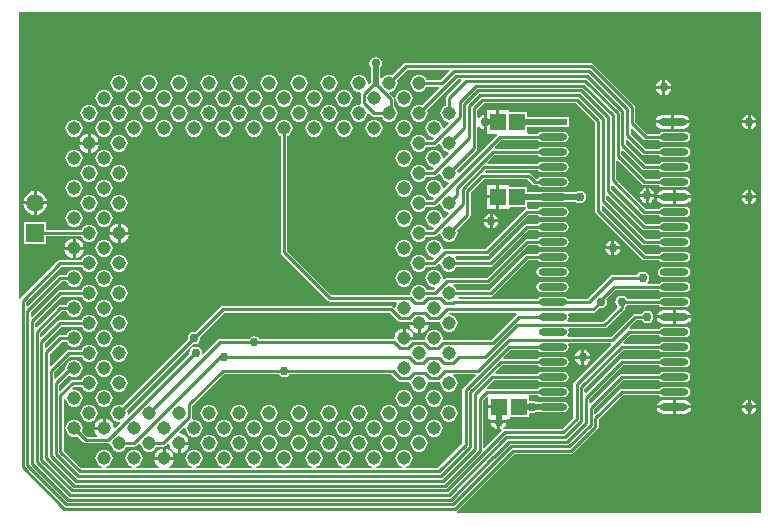
<source format=gtl>
G04 Layer_Physical_Order=1*
G04 Layer_Color=25308*
%FSLAX24Y24*%
%MOIN*%
G70*
G01*
G75*
%ADD10O,0.0945X0.0236*%
%ADD11R,0.0945X0.0236*%
%ADD12R,0.0532X0.0571*%
%ADD13C,0.0100*%
%ADD14C,0.0090*%
%ADD15C,0.0200*%
%ADD16C,0.0450*%
%ADD17C,0.0590*%
%ADD18R,0.0590X0.0590*%
%ADD19C,0.0300*%
G36*
X31157Y30516D02*
X29921Y29279D01*
X29896Y29243D01*
X29888Y29200D01*
X29888Y29200D01*
Y28096D01*
X29504Y27712D01*
X27600D01*
X27577Y27708D01*
X27558Y27755D01*
X27580Y27770D01*
X27636Y27852D01*
X27645Y27900D01*
X27450D01*
Y27705D01*
X27482Y27711D01*
X27507Y27665D01*
X26928Y27087D01*
X26882Y27106D01*
Y28674D01*
X27009Y28801D01*
X27059Y28780D01*
Y28500D01*
X27425D01*
Y28400D01*
X27059D01*
Y28065D01*
X27120D01*
X27158Y28015D01*
X27155Y28000D01*
X27645D01*
X27642Y28015D01*
X27680Y28065D01*
X27791D01*
Y28105D01*
X28401D01*
Y28208D01*
X28451Y28246D01*
X28500Y28236D01*
X28582Y28252D01*
X28634Y28287D01*
X28769D01*
X28776Y28282D01*
X28846Y28268D01*
X29554D01*
X29624Y28282D01*
X29683Y28322D01*
X29722Y28380D01*
X29736Y28450D01*
X29722Y28519D01*
X29683Y28578D01*
X29624Y28618D01*
X29554Y28632D01*
X28846D01*
X28776Y28618D01*
X28769Y28613D01*
X28634D01*
X28582Y28648D01*
X28500Y28664D01*
X28451Y28654D01*
X28401Y28692D01*
Y28788D01*
X28401Y28795D01*
X28419Y28838D01*
X28706D01*
X28717Y28822D01*
X28776Y28782D01*
X28846Y28768D01*
X29554D01*
X29624Y28782D01*
X29683Y28822D01*
X29722Y28881D01*
X29736Y28950D01*
X29722Y29019D01*
X29683Y29078D01*
X29624Y29118D01*
X29554Y29132D01*
X28846D01*
X28776Y29118D01*
X28717Y29078D01*
X28706Y29062D01*
X27030D01*
X27009Y29112D01*
X27235Y29338D01*
X28706D01*
X28717Y29322D01*
X28776Y29282D01*
X28846Y29268D01*
X29554D01*
X29624Y29282D01*
X29683Y29322D01*
X29722Y29381D01*
X29736Y29450D01*
X29722Y29520D01*
X29683Y29578D01*
X29624Y29618D01*
X29554Y29632D01*
X28846D01*
X28776Y29618D01*
X28717Y29578D01*
X28706Y29562D01*
X27298D01*
X27279Y29608D01*
X27514Y29843D01*
X28703D01*
X28717Y29822D01*
X28776Y29782D01*
X28846Y29768D01*
X29554D01*
X29624Y29782D01*
X29683Y29822D01*
X29722Y29880D01*
X29736Y29950D01*
X29722Y30020D01*
X29683Y30078D01*
X29624Y30118D01*
X29554Y30132D01*
X28846D01*
X28776Y30118D01*
X28717Y30078D01*
X28703Y30057D01*
X27581D01*
X27562Y30103D01*
X27796Y30338D01*
X28706D01*
X28717Y30322D01*
X28776Y30282D01*
X28846Y30268D01*
X29554D01*
X29624Y30282D01*
X29683Y30322D01*
X29722Y30380D01*
X29736Y30450D01*
X29723Y30516D01*
X29723Y30527D01*
X29744Y30566D01*
X31137D01*
X31157Y30516D01*
D02*
G37*
G36*
X36150Y24900D02*
X26023D01*
X26016Y24909D01*
X26018Y24971D01*
X27915Y26868D01*
X29807D01*
X29807Y26868D01*
X29850Y26876D01*
X29886Y26901D01*
X30699Y27714D01*
X30699Y27714D01*
X30724Y27750D01*
X30732Y27793D01*
Y28024D01*
X31546Y28838D01*
X32756D01*
X32767Y28822D01*
X32826Y28782D01*
X32896Y28768D01*
X33604D01*
X33674Y28782D01*
X33733Y28822D01*
X33772Y28881D01*
X33786Y28950D01*
X33772Y29019D01*
X33733Y29078D01*
X33674Y29118D01*
X33604Y29132D01*
X32896D01*
X32826Y29118D01*
X32767Y29078D01*
X32756Y29062D01*
X31500D01*
X31500Y29062D01*
X31457Y29054D01*
X31421Y29029D01*
X30618Y28227D01*
X30572Y28246D01*
Y28371D01*
X31544Y29343D01*
X32753D01*
X32767Y29322D01*
X32826Y29282D01*
X32896Y29268D01*
X33604D01*
X33674Y29282D01*
X33733Y29322D01*
X33772Y29381D01*
X33786Y29450D01*
X33772Y29520D01*
X33733Y29578D01*
X33674Y29618D01*
X33604Y29632D01*
X32896D01*
X32826Y29618D01*
X32767Y29578D01*
X32753Y29557D01*
X31500D01*
X31459Y29549D01*
X31424Y29526D01*
X30468Y28570D01*
X30422Y28589D01*
Y28714D01*
X31546Y29838D01*
X32756D01*
X32767Y29822D01*
X32826Y29782D01*
X32896Y29768D01*
X33604D01*
X33674Y29782D01*
X33733Y29822D01*
X33772Y29880D01*
X33786Y29950D01*
X33772Y30020D01*
X33733Y30078D01*
X33674Y30118D01*
X33604Y30132D01*
X32896D01*
X32826Y30118D01*
X32767Y30078D01*
X32756Y30062D01*
X31500D01*
X31500Y30062D01*
X31457Y30054D01*
X31421Y30029D01*
X31421Y30029D01*
X30308Y28917D01*
X30262Y28936D01*
Y29061D01*
X31544Y30343D01*
X32753D01*
X32767Y30322D01*
X32826Y30282D01*
X32896Y30268D01*
X33604D01*
X33674Y30282D01*
X33733Y30322D01*
X33772Y30380D01*
X33786Y30450D01*
X33772Y30519D01*
X33733Y30578D01*
X33674Y30618D01*
X33604Y30632D01*
X32896D01*
X32826Y30618D01*
X32767Y30578D01*
X32753Y30557D01*
X31581D01*
X31562Y30603D01*
X31796Y30838D01*
X32756D01*
X32767Y30822D01*
X32826Y30782D01*
X32896Y30768D01*
X33604D01*
X33674Y30782D01*
X33733Y30822D01*
X33772Y30880D01*
X33786Y30950D01*
X33772Y31019D01*
X33733Y31078D01*
X33674Y31118D01*
X33604Y31132D01*
X32896D01*
X32826Y31118D01*
X32767Y31078D01*
X32756Y31062D01*
X31791D01*
X31771Y31112D01*
X31996Y31338D01*
X32172D01*
X32199Y31299D01*
X32268Y31252D01*
X32350Y31236D01*
X32432Y31252D01*
X32501Y31299D01*
X32548Y31368D01*
X32564Y31450D01*
X32548Y31532D01*
X32501Y31601D01*
X32432Y31648D01*
X32350Y31664D01*
X32268Y31648D01*
X32199Y31601D01*
X32172Y31562D01*
X31950D01*
X31907Y31554D01*
X31871Y31529D01*
X31871Y31529D01*
X31132Y30790D01*
X29719D01*
X29695Y30840D01*
X29722Y30880D01*
X29736Y30950D01*
X29723Y31016D01*
X29723Y31027D01*
X29744Y31066D01*
X30928D01*
X30928Y31066D01*
X30971Y31074D01*
X31007Y31099D01*
X31579Y31671D01*
X31579Y31671D01*
X31604Y31707D01*
X31612Y31750D01*
X31612Y31750D01*
Y31772D01*
X31651Y31799D01*
X31678Y31838D01*
X32756D01*
X32767Y31822D01*
X32826Y31782D01*
X32896Y31768D01*
X33604D01*
X33674Y31782D01*
X33733Y31822D01*
X33772Y31881D01*
X33786Y31950D01*
X33772Y32020D01*
X33733Y32078D01*
X33674Y32118D01*
X33604Y32132D01*
X32896D01*
X32826Y32118D01*
X32767Y32078D01*
X32756Y32062D01*
X31678D01*
X31651Y32101D01*
X31582Y32148D01*
X31500Y32164D01*
X31418Y32148D01*
X31349Y32101D01*
X31302Y32032D01*
X31286Y31950D01*
X31302Y31868D01*
X31349Y31799D01*
X31352Y31761D01*
X30882Y31290D01*
X29719D01*
X29695Y31340D01*
X29722Y31381D01*
X29736Y31450D01*
X29722Y31519D01*
X29710Y31538D01*
X29737Y31588D01*
X30550D01*
X30550Y31588D01*
X30593Y31596D01*
X30629Y31621D01*
X30754Y31745D01*
X30800Y31736D01*
X30882Y31752D01*
X30951Y31799D01*
X30998Y31868D01*
X31014Y31950D01*
X30998Y32032D01*
X30995Y32036D01*
X31296Y32338D01*
X32756D01*
X32767Y32322D01*
X32826Y32282D01*
X32896Y32268D01*
X33604D01*
X33674Y32282D01*
X33733Y32322D01*
X33772Y32380D01*
X33786Y32450D01*
X33772Y32520D01*
X33733Y32578D01*
X33674Y32618D01*
X33604Y32632D01*
X32896D01*
X32826Y32618D01*
X32767Y32578D01*
X32756Y32562D01*
X32380D01*
X32360Y32612D01*
X32398Y32668D01*
X32414Y32750D01*
X32398Y32832D01*
X32351Y32901D01*
X32282Y32948D01*
X32200Y32964D01*
X32118Y32948D01*
X32049Y32901D01*
X32022Y32862D01*
X31200D01*
X31200Y32862D01*
X31157Y32854D01*
X31121Y32829D01*
X31121Y32829D01*
X30354Y32062D01*
X29694D01*
X29683Y32078D01*
X29624Y32118D01*
X29554Y32132D01*
X28846D01*
X28776Y32118D01*
X28717Y32078D01*
X28706Y32062D01*
X26065D01*
X26037Y32112D01*
X26049Y32130D01*
X27142D01*
X27142Y32130D01*
X27185Y32139D01*
X27222Y32163D01*
X28396Y33338D01*
X28706D01*
X28717Y33322D01*
X28776Y33282D01*
X28846Y33268D01*
X29554D01*
X29624Y33282D01*
X29683Y33322D01*
X29722Y33380D01*
X29736Y33450D01*
X29722Y33519D01*
X29683Y33578D01*
X29624Y33618D01*
X29554Y33632D01*
X28846D01*
X28776Y33618D01*
X28717Y33578D01*
X28706Y33562D01*
X28350D01*
X28307Y33554D01*
X28271Y33529D01*
X28271Y33529D01*
X27096Y32355D01*
X26010D01*
X25997Y32386D01*
X25951Y32446D01*
X25896Y32488D01*
X25896Y32503D01*
X25910Y32538D01*
X27050D01*
X27050Y32538D01*
X27093Y32546D01*
X27129Y32571D01*
X28396Y33838D01*
X28706D01*
X28717Y33822D01*
X28776Y33782D01*
X28846Y33768D01*
X29554D01*
X29624Y33782D01*
X29683Y33822D01*
X29722Y33881D01*
X29736Y33950D01*
X29722Y34019D01*
X29683Y34078D01*
X29624Y34118D01*
X29554Y34132D01*
X28846D01*
X28776Y34118D01*
X28717Y34078D01*
X28706Y34062D01*
X28350D01*
X28350Y34062D01*
X28307Y34054D01*
X28271Y34029D01*
X28271Y34029D01*
X27004Y32762D01*
X25682D01*
X25639Y32754D01*
X25602Y32729D01*
X25602Y32729D01*
X25581Y32708D01*
X25534Y32732D01*
X25535Y32742D01*
X25525Y32817D01*
X25497Y32886D01*
X25451Y32946D01*
X25391Y32991D01*
X25322Y33020D01*
X25248Y33030D01*
X25173Y33020D01*
X25104Y32991D01*
X25044Y32946D01*
X24999Y32886D01*
X24970Y32817D01*
X24960Y32742D01*
X24970Y32668D01*
X24999Y32599D01*
X25044Y32539D01*
X25104Y32493D01*
X25173Y32465D01*
X25248Y32455D01*
X25259Y32456D01*
X25282Y32409D01*
X25227Y32355D01*
X25010D01*
X24997Y32386D01*
X24951Y32446D01*
X24891Y32491D01*
X24822Y32520D01*
X24748Y32530D01*
X24673Y32520D01*
X24604Y32491D01*
X24544Y32446D01*
X24499Y32386D01*
X24470Y32317D01*
X24460Y32242D01*
X24462Y32230D01*
X24417Y32190D01*
X21819D01*
X20362Y33646D01*
Y37481D01*
X20391Y37493D01*
X20451Y37539D01*
X20497Y37599D01*
X20525Y37668D01*
X20535Y37742D01*
X20525Y37817D01*
X20497Y37886D01*
X20451Y37946D01*
X20391Y37991D01*
X20322Y38020D01*
X20248Y38030D01*
X20173Y38020D01*
X20104Y37991D01*
X20044Y37946D01*
X19999Y37886D01*
X19970Y37817D01*
X19960Y37742D01*
X19970Y37668D01*
X19999Y37599D01*
X20044Y37539D01*
X20104Y37493D01*
X20138Y37479D01*
Y33600D01*
X20138Y33600D01*
X20146Y33557D01*
X20171Y33521D01*
X21693Y31998D01*
X21693Y31998D01*
X21730Y31974D01*
X21773Y31965D01*
X21773Y31965D01*
X23996D01*
X24021Y31915D01*
X23999Y31886D01*
X23970Y31817D01*
X23965Y31780D01*
X23912Y31762D01*
X23896Y31779D01*
X23859Y31804D01*
X23816Y31812D01*
X23816Y31812D01*
X18205D01*
X18205Y31812D01*
X18162Y31804D01*
X18126Y31779D01*
X18126Y31779D01*
X17301Y30954D01*
X17250Y30964D01*
X17168Y30948D01*
X17099Y30901D01*
X17052Y30832D01*
X17036Y30750D01*
X17046Y30699D01*
X14854Y28507D01*
X14822Y28520D01*
X14748Y28530D01*
X14673Y28520D01*
X14604Y28491D01*
X14544Y28446D01*
X14499Y28386D01*
X14470Y28317D01*
X14460Y28242D01*
X14470Y28168D01*
X14499Y28099D01*
X14544Y28039D01*
X14604Y27993D01*
X14673Y27965D01*
X14748Y27955D01*
X14775Y27959D01*
X14798Y27911D01*
X14621Y27734D01*
X14574Y27757D01*
X14564Y27827D01*
X14532Y27906D01*
X14479Y27974D01*
X14412Y28026D01*
X14333Y28059D01*
X14298Y28064D01*
Y27742D01*
X14248D01*
Y27692D01*
X13926D01*
X13931Y27658D01*
X13964Y27578D01*
X14016Y27511D01*
X14021Y27507D01*
X14004Y27457D01*
X13684D01*
X13510Y27631D01*
X13525Y27668D01*
X13535Y27742D01*
X13525Y27817D01*
X13497Y27886D01*
X13451Y27946D01*
X13391Y27991D01*
X13322Y28020D01*
X13248Y28030D01*
X13173Y28020D01*
X13104Y27991D01*
X13044Y27946D01*
X12999Y27886D01*
X12970Y27817D01*
X12960Y27742D01*
X12970Y27668D01*
X12999Y27599D01*
X13044Y27539D01*
X13104Y27493D01*
X13173Y27465D01*
X13248Y27455D01*
X13322Y27465D01*
X13359Y27480D01*
X13564Y27274D01*
X13564Y27274D01*
X13599Y27251D01*
X13640Y27243D01*
X14389D01*
X14411Y27247D01*
X14416Y27247D01*
X14456Y27223D01*
X14464Y27214D01*
X14470Y27168D01*
X14499Y27099D01*
X14544Y27039D01*
X14604Y26993D01*
X14673Y26965D01*
X14748Y26955D01*
X14822Y26965D01*
X14891Y26993D01*
X14951Y27039D01*
X14997Y27099D01*
X15010Y27130D01*
X15242D01*
X15242Y27130D01*
X15285Y27139D01*
X15322Y27163D01*
X15417Y27258D01*
X15462Y27232D01*
X15470Y27168D01*
X15499Y27099D01*
X15544Y27039D01*
X15604Y26993D01*
X15673Y26965D01*
X15748Y26955D01*
X15822Y26965D01*
X15891Y26993D01*
X15951Y27039D01*
X15997Y27099D01*
X16010Y27130D01*
X16221D01*
X16221Y27130D01*
X16264Y27139D01*
X16301Y27163D01*
X16371Y27233D01*
X16423Y27215D01*
X16431Y27158D01*
X16464Y27078D01*
X16516Y27011D01*
X16584Y26959D01*
X16663Y26926D01*
X16698Y26921D01*
Y27242D01*
X16748D01*
Y27292D01*
X17069D01*
X17064Y27327D01*
X17032Y27406D01*
X16979Y27474D01*
X16912Y27526D01*
X16833Y27559D01*
X16775Y27567D01*
X16757Y27619D01*
X16914Y27777D01*
X16962Y27753D01*
X16960Y27742D01*
X16970Y27668D01*
X16999Y27599D01*
X17044Y27539D01*
X17104Y27493D01*
X17173Y27465D01*
X17248Y27455D01*
X17322Y27465D01*
X17391Y27493D01*
X17451Y27539D01*
X17497Y27599D01*
X17525Y27668D01*
X17535Y27742D01*
X17525Y27817D01*
X17497Y27886D01*
X17451Y27946D01*
X17391Y27991D01*
X17322Y28020D01*
X17248Y28030D01*
X17224Y28027D01*
X17211Y28039D01*
X17189Y28073D01*
X17195Y28104D01*
X17195Y28104D01*
Y28486D01*
X18246Y29538D01*
X20072D01*
X20099Y29499D01*
X20168Y29452D01*
X20250Y29436D01*
X20332Y29452D01*
X20401Y29499D01*
X20428Y29538D01*
X23820D01*
X24030Y29328D01*
X24030Y29328D01*
X24066Y29304D01*
X24109Y29295D01*
X24413D01*
X24413Y29295D01*
X24417Y29296D01*
X24462Y29254D01*
X24460Y29242D01*
X24470Y29168D01*
X24499Y29099D01*
X24544Y29039D01*
X24604Y28993D01*
X24673Y28965D01*
X24748Y28955D01*
X24822Y28965D01*
X24891Y28993D01*
X24951Y29039D01*
X24997Y29099D01*
X25025Y29168D01*
X25035Y29242D01*
X25032Y29266D01*
X25044Y29280D01*
X25078Y29301D01*
X25109Y29295D01*
X25386D01*
X25386Y29295D01*
X25418Y29301D01*
X25451Y29280D01*
X25463Y29266D01*
X25460Y29242D01*
X25470Y29168D01*
X25499Y29099D01*
X25544Y29039D01*
X25604Y28993D01*
X25673Y28965D01*
X25748Y28955D01*
X25822Y28965D01*
X25891Y28993D01*
X25951Y29039D01*
X25997Y29099D01*
X26025Y29168D01*
X26035Y29242D01*
X26025Y29317D01*
X25997Y29386D01*
X25951Y29446D01*
X25896Y29488D01*
X25896Y29503D01*
X25910Y29538D01*
X26614D01*
X26633Y29492D01*
X26221Y29079D01*
X26196Y29043D01*
X26188Y29000D01*
X26188Y29000D01*
Y27237D01*
X25363Y26412D01*
X24306D01*
X24302Y26462D01*
X24322Y26465D01*
X24391Y26493D01*
X24451Y26539D01*
X24497Y26599D01*
X24525Y26668D01*
X24535Y26742D01*
X24525Y26817D01*
X24497Y26886D01*
X24451Y26946D01*
X24391Y26991D01*
X24322Y27020D01*
X24248Y27030D01*
X24173Y27020D01*
X24104Y26991D01*
X24044Y26946D01*
X23999Y26886D01*
X23970Y26817D01*
X23960Y26742D01*
X23970Y26668D01*
X23999Y26599D01*
X24044Y26539D01*
X24104Y26493D01*
X24173Y26465D01*
X24193Y26462D01*
X24190Y26412D01*
X23306D01*
X23303Y26462D01*
X23322Y26465D01*
X23391Y26493D01*
X23451Y26539D01*
X23497Y26599D01*
X23525Y26668D01*
X23535Y26742D01*
X23525Y26817D01*
X23497Y26886D01*
X23451Y26946D01*
X23391Y26991D01*
X23322Y27020D01*
X23248Y27030D01*
X23173Y27020D01*
X23104Y26991D01*
X23044Y26946D01*
X22999Y26886D01*
X22970Y26817D01*
X22960Y26742D01*
X22970Y26668D01*
X22999Y26599D01*
X23044Y26539D01*
X23104Y26493D01*
X23173Y26465D01*
X23193Y26462D01*
X23190Y26412D01*
X22306D01*
X22302Y26462D01*
X22322Y26465D01*
X22391Y26493D01*
X22451Y26539D01*
X22497Y26599D01*
X22525Y26668D01*
X22535Y26742D01*
X22525Y26817D01*
X22497Y26886D01*
X22451Y26946D01*
X22391Y26991D01*
X22322Y27020D01*
X22248Y27030D01*
X22173Y27020D01*
X22104Y26991D01*
X22044Y26946D01*
X21999Y26886D01*
X21970Y26817D01*
X21960Y26742D01*
X21970Y26668D01*
X21999Y26599D01*
X22044Y26539D01*
X22104Y26493D01*
X22173Y26465D01*
X22193Y26462D01*
X22190Y26412D01*
X21306D01*
X21302Y26462D01*
X21322Y26465D01*
X21391Y26493D01*
X21451Y26539D01*
X21497Y26599D01*
X21525Y26668D01*
X21535Y26742D01*
X21525Y26817D01*
X21497Y26886D01*
X21451Y26946D01*
X21391Y26991D01*
X21322Y27020D01*
X21248Y27030D01*
X21173Y27020D01*
X21104Y26991D01*
X21044Y26946D01*
X20999Y26886D01*
X20970Y26817D01*
X20960Y26742D01*
X20970Y26668D01*
X20999Y26599D01*
X21044Y26539D01*
X21104Y26493D01*
X21173Y26465D01*
X21193Y26462D01*
X21190Y26412D01*
X20306D01*
X20303Y26462D01*
X20322Y26465D01*
X20391Y26493D01*
X20451Y26539D01*
X20497Y26599D01*
X20525Y26668D01*
X20535Y26742D01*
X20525Y26817D01*
X20497Y26886D01*
X20451Y26946D01*
X20391Y26991D01*
X20322Y27020D01*
X20248Y27030D01*
X20173Y27020D01*
X20104Y26991D01*
X20044Y26946D01*
X19999Y26886D01*
X19970Y26817D01*
X19960Y26742D01*
X19970Y26668D01*
X19999Y26599D01*
X20044Y26539D01*
X20104Y26493D01*
X20173Y26465D01*
X20193Y26462D01*
X20190Y26412D01*
X19306D01*
X19303Y26462D01*
X19322Y26465D01*
X19391Y26493D01*
X19451Y26539D01*
X19497Y26599D01*
X19525Y26668D01*
X19535Y26742D01*
X19525Y26817D01*
X19497Y26886D01*
X19451Y26946D01*
X19391Y26991D01*
X19322Y27020D01*
X19248Y27030D01*
X19173Y27020D01*
X19104Y26991D01*
X19044Y26946D01*
X18999Y26886D01*
X18970Y26817D01*
X18960Y26742D01*
X18970Y26668D01*
X18999Y26599D01*
X19044Y26539D01*
X19104Y26493D01*
X19173Y26465D01*
X19193Y26462D01*
X19190Y26412D01*
X18306D01*
X18303Y26462D01*
X18322Y26465D01*
X18391Y26493D01*
X18451Y26539D01*
X18497Y26599D01*
X18525Y26668D01*
X18535Y26742D01*
X18525Y26817D01*
X18497Y26886D01*
X18451Y26946D01*
X18391Y26991D01*
X18322Y27020D01*
X18248Y27030D01*
X18173Y27020D01*
X18104Y26991D01*
X18044Y26946D01*
X17999Y26886D01*
X17970Y26817D01*
X17960Y26742D01*
X17970Y26668D01*
X17999Y26599D01*
X18044Y26539D01*
X18104Y26493D01*
X18173Y26465D01*
X18193Y26462D01*
X18190Y26412D01*
X17306D01*
X17303Y26462D01*
X17322Y26465D01*
X17391Y26493D01*
X17451Y26539D01*
X17497Y26599D01*
X17525Y26668D01*
X17535Y26742D01*
X17525Y26817D01*
X17497Y26886D01*
X17451Y26946D01*
X17391Y26991D01*
X17322Y27020D01*
X17248Y27030D01*
X17173Y27020D01*
X17104Y26991D01*
X17044Y26946D01*
X16999Y26886D01*
X16970Y26817D01*
X16960Y26742D01*
X16970Y26668D01*
X16999Y26599D01*
X17044Y26539D01*
X17104Y26493D01*
X17173Y26465D01*
X17193Y26462D01*
X17190Y26412D01*
X16430D01*
X16417Y26446D01*
X16416Y26462D01*
X16479Y26511D01*
X16532Y26579D01*
X16564Y26658D01*
X16569Y26692D01*
X15926D01*
X15931Y26658D01*
X15964Y26579D01*
X16016Y26511D01*
X16079Y26462D01*
X16079Y26446D01*
X16065Y26412D01*
X15306D01*
X15302Y26462D01*
X15322Y26465D01*
X15391Y26493D01*
X15451Y26539D01*
X15497Y26599D01*
X15525Y26668D01*
X15535Y26742D01*
X15525Y26817D01*
X15497Y26886D01*
X15451Y26946D01*
X15391Y26991D01*
X15322Y27020D01*
X15248Y27030D01*
X15173Y27020D01*
X15104Y26991D01*
X15044Y26946D01*
X14999Y26886D01*
X14970Y26817D01*
X14960Y26742D01*
X14970Y26668D01*
X14999Y26599D01*
X15044Y26539D01*
X15104Y26493D01*
X15173Y26465D01*
X15193Y26462D01*
X15190Y26412D01*
X14306D01*
X14303Y26462D01*
X14322Y26465D01*
X14391Y26493D01*
X14451Y26539D01*
X14497Y26599D01*
X14525Y26668D01*
X14535Y26742D01*
X14525Y26817D01*
X14497Y26886D01*
X14451Y26946D01*
X14391Y26991D01*
X14322Y27020D01*
X14248Y27030D01*
X14173Y27020D01*
X14104Y26991D01*
X14044Y26946D01*
X13999Y26886D01*
X13970Y26817D01*
X13960Y26742D01*
X13970Y26668D01*
X13999Y26599D01*
X14044Y26539D01*
X14104Y26493D01*
X14173Y26465D01*
X14193Y26462D01*
X14190Y26412D01*
X13489D01*
X12905Y26996D01*
Y28752D01*
X12912Y28756D01*
X12929Y28751D01*
X12962Y28729D01*
X12970Y28668D01*
X12999Y28599D01*
X13044Y28539D01*
X13104Y28493D01*
X13173Y28465D01*
X13248Y28455D01*
X13322Y28465D01*
X13391Y28493D01*
X13451Y28539D01*
X13497Y28599D01*
X13525Y28668D01*
X13535Y28742D01*
X13525Y28817D01*
X13497Y28886D01*
X13451Y28946D01*
X13391Y28991D01*
X13322Y29020D01*
X13248Y29030D01*
X13212Y29025D01*
X13189Y29073D01*
X13246Y29130D01*
X13486D01*
X13499Y29099D01*
X13544Y29039D01*
X13604Y28993D01*
X13673Y28965D01*
X13748Y28955D01*
X13822Y28965D01*
X13891Y28993D01*
X13951Y29039D01*
X13997Y29099D01*
X14025Y29168D01*
X14035Y29242D01*
X14025Y29317D01*
X13997Y29386D01*
X13951Y29446D01*
X13891Y29491D01*
X13822Y29520D01*
X13748Y29530D01*
X13673Y29520D01*
X13604Y29491D01*
X13544Y29446D01*
X13499Y29386D01*
X13486Y29355D01*
X13200D01*
X13157Y29346D01*
X13121Y29322D01*
X13121Y29322D01*
X12791Y28992D01*
X12744Y29011D01*
Y29193D01*
X13071Y29519D01*
X13104Y29493D01*
X13173Y29465D01*
X13248Y29455D01*
X13322Y29465D01*
X13391Y29493D01*
X13451Y29539D01*
X13497Y29599D01*
X13525Y29668D01*
X13535Y29742D01*
X13525Y29817D01*
X13497Y29886D01*
X13451Y29946D01*
X13391Y29991D01*
X13322Y30020D01*
X13248Y30030D01*
X13173Y30020D01*
X13104Y29991D01*
X13044Y29946D01*
X12999Y29886D01*
X12970Y29817D01*
X12960Y29742D01*
X12964Y29715D01*
X12641Y29392D01*
X12595Y29411D01*
Y29605D01*
X13120Y30130D01*
X13486D01*
X13499Y30099D01*
X13544Y30039D01*
X13604Y29993D01*
X13673Y29965D01*
X13748Y29955D01*
X13822Y29965D01*
X13891Y29993D01*
X13951Y30039D01*
X13997Y30099D01*
X14025Y30168D01*
X14035Y30242D01*
X14025Y30317D01*
X13997Y30386D01*
X13951Y30446D01*
X13891Y30491D01*
X13822Y30520D01*
X13748Y30530D01*
X13673Y30520D01*
X13604Y30491D01*
X13544Y30446D01*
X13499Y30386D01*
X13486Y30355D01*
X13073D01*
X13073Y30355D01*
X13030Y30346D01*
X12994Y30322D01*
X12994Y30322D01*
X12481Y29809D01*
X12435Y29828D01*
Y30226D01*
X12839Y30630D01*
X12986D01*
X12999Y30599D01*
X13044Y30539D01*
X13104Y30493D01*
X13173Y30465D01*
X13248Y30455D01*
X13322Y30465D01*
X13391Y30493D01*
X13451Y30539D01*
X13497Y30599D01*
X13525Y30668D01*
X13535Y30742D01*
X13525Y30817D01*
X13497Y30886D01*
X13451Y30946D01*
X13391Y30991D01*
X13322Y31020D01*
X13248Y31030D01*
X13173Y31020D01*
X13104Y30991D01*
X13044Y30946D01*
X12999Y30886D01*
X12986Y30855D01*
X12792D01*
X12749Y30846D01*
X12713Y30822D01*
X12713Y30822D01*
X12321Y30429D01*
X12275Y30449D01*
Y30566D01*
X12839Y31130D01*
X13486D01*
X13499Y31099D01*
X13544Y31039D01*
X13604Y30993D01*
X13673Y30965D01*
X13748Y30955D01*
X13822Y30965D01*
X13891Y30993D01*
X13951Y31039D01*
X13997Y31099D01*
X14025Y31168D01*
X14035Y31242D01*
X14025Y31317D01*
X13997Y31386D01*
X13951Y31446D01*
X13891Y31491D01*
X13822Y31520D01*
X13748Y31530D01*
X13673Y31520D01*
X13604Y31491D01*
X13544Y31446D01*
X13499Y31386D01*
X13486Y31355D01*
X12792D01*
X12792Y31355D01*
X12749Y31346D01*
X12713Y31322D01*
X12713Y31322D01*
X12161Y30769D01*
X12114Y30788D01*
Y30913D01*
X12837Y31635D01*
X12984D01*
X12999Y31599D01*
X13044Y31539D01*
X13104Y31493D01*
X13173Y31465D01*
X13248Y31455D01*
X13322Y31465D01*
X13391Y31493D01*
X13451Y31539D01*
X13497Y31599D01*
X13525Y31668D01*
X13535Y31742D01*
X13525Y31817D01*
X13497Y31886D01*
X13451Y31946D01*
X13391Y31991D01*
X13322Y32020D01*
X13248Y32030D01*
X13173Y32020D01*
X13104Y31991D01*
X13044Y31946D01*
X12999Y31886D01*
X12984Y31849D01*
X12792D01*
X12792Y31849D01*
X12751Y31841D01*
X12717Y31818D01*
X12717Y31818D01*
X12008Y31110D01*
X11962Y31129D01*
Y31254D01*
X12839Y32130D01*
X13486D01*
X13499Y32099D01*
X13544Y32039D01*
X13604Y31993D01*
X13673Y31965D01*
X13748Y31955D01*
X13822Y31965D01*
X13891Y31993D01*
X13951Y32039D01*
X13997Y32099D01*
X14025Y32168D01*
X14035Y32242D01*
X14025Y32317D01*
X13997Y32386D01*
X13951Y32446D01*
X13891Y32491D01*
X13822Y32520D01*
X13748Y32530D01*
X13673Y32520D01*
X13604Y32491D01*
X13544Y32446D01*
X13499Y32386D01*
X13486Y32355D01*
X12792D01*
X12792Y32355D01*
X12749Y32346D01*
X12713Y32322D01*
X12713Y32322D01*
X11848Y31457D01*
X11802Y31476D01*
Y31601D01*
X12837Y32635D01*
X12984D01*
X12999Y32599D01*
X13044Y32539D01*
X13104Y32493D01*
X13173Y32465D01*
X13248Y32455D01*
X13322Y32465D01*
X13391Y32493D01*
X13451Y32539D01*
X13497Y32599D01*
X13525Y32668D01*
X13535Y32742D01*
X13525Y32817D01*
X13497Y32886D01*
X13451Y32946D01*
X13391Y32991D01*
X13322Y33020D01*
X13248Y33030D01*
X13173Y33020D01*
X13104Y32991D01*
X13044Y32946D01*
X12999Y32886D01*
X12984Y32849D01*
X12792D01*
X12751Y32841D01*
X12717Y32818D01*
X11698Y31800D01*
X11652Y31819D01*
Y31944D01*
X12839Y33130D01*
X13486D01*
X13499Y33099D01*
X13544Y33039D01*
X13604Y32993D01*
X13673Y32965D01*
X13748Y32955D01*
X13822Y32965D01*
X13891Y32993D01*
X13951Y33039D01*
X13997Y33099D01*
X14025Y33168D01*
X14035Y33242D01*
X14025Y33317D01*
X13997Y33386D01*
X13951Y33446D01*
X13891Y33491D01*
X13822Y33520D01*
X13748Y33530D01*
X13673Y33520D01*
X13604Y33491D01*
X13544Y33446D01*
X13499Y33386D01*
X13486Y33355D01*
X12792D01*
X12792Y33355D01*
X12749Y33346D01*
X12713Y33322D01*
X11461Y32069D01*
X11450Y32053D01*
X11400Y32068D01*
Y41600D01*
X36150D01*
Y24900D01*
D02*
G37*
G36*
X28005Y31538D02*
X27992Y31529D01*
X27992Y31529D01*
X27152Y30690D01*
X25579D01*
X25534Y30730D01*
X25535Y30742D01*
X25525Y30817D01*
X25497Y30886D01*
X25451Y30946D01*
X25391Y30991D01*
X25322Y31020D01*
X25248Y31030D01*
X25173Y31020D01*
X25104Y30991D01*
X25044Y30946D01*
X24999Y30886D01*
X24970Y30817D01*
X24960Y30742D01*
X24962Y30732D01*
X24917Y30689D01*
X24916Y30690D01*
X24916Y30690D01*
X24606D01*
X24604Y30692D01*
X24248D01*
Y30742D01*
X24198D01*
Y31064D01*
X24163Y31059D01*
X24084Y31026D01*
X24016Y30974D01*
X23964Y30906D01*
X23931Y30827D01*
X23920Y30742D01*
X23873Y30712D01*
X19428D01*
X19401Y30751D01*
X19332Y30798D01*
X19250Y30814D01*
X19168Y30798D01*
X19099Y30751D01*
X19072Y30712D01*
X18105D01*
X18105Y30712D01*
X18062Y30704D01*
X18026Y30679D01*
X18026Y30679D01*
X17557Y30211D01*
X17511Y30235D01*
X17514Y30250D01*
X17498Y30332D01*
X17451Y30401D01*
X17382Y30448D01*
X17300Y30464D01*
X17218Y30448D01*
X17149Y30401D01*
X17102Y30332D01*
X17086Y30250D01*
X17094Y30207D01*
X15079Y28192D01*
X15032Y28215D01*
X15035Y28242D01*
X15025Y28317D01*
X15012Y28348D01*
X17208Y30544D01*
X17250Y30536D01*
X17332Y30552D01*
X17401Y30599D01*
X17448Y30668D01*
X17464Y30750D01*
X17456Y30792D01*
X18252Y31588D01*
X23770D01*
X24030Y31328D01*
X24030Y31328D01*
X24066Y31304D01*
X24109Y31295D01*
X24109Y31295D01*
X24376D01*
X24379Y31292D01*
X25115D01*
X25119Y31295D01*
X25386D01*
X25386Y31295D01*
X25418Y31301D01*
X25451Y31280D01*
X25463Y31266D01*
X25460Y31242D01*
X25470Y31168D01*
X25499Y31099D01*
X25544Y31039D01*
X25604Y30993D01*
X25673Y30965D01*
X25748Y30955D01*
X25822Y30965D01*
X25891Y30993D01*
X25951Y31039D01*
X25997Y31099D01*
X26025Y31168D01*
X26035Y31242D01*
X26025Y31317D01*
X25997Y31386D01*
X25951Y31446D01*
X25891Y31491D01*
X25822Y31520D01*
X25783Y31525D01*
X25758Y31579D01*
X25763Y31588D01*
X27989D01*
X28005Y31538D01*
D02*
G37*
%LPC*%
G36*
X14248Y33030D02*
X14173Y33020D01*
X14104Y32991D01*
X14044Y32946D01*
X13999Y32886D01*
X13970Y32817D01*
X13960Y32742D01*
X13970Y32668D01*
X13999Y32599D01*
X14044Y32539D01*
X14104Y32493D01*
X14173Y32465D01*
X14248Y32455D01*
X14322Y32465D01*
X14391Y32493D01*
X14451Y32539D01*
X14497Y32599D01*
X14525Y32668D01*
X14535Y32742D01*
X14525Y32817D01*
X14497Y32886D01*
X14451Y32946D01*
X14391Y32991D01*
X14322Y33020D01*
X14248Y33030D01*
D02*
G37*
G36*
X33817Y31400D02*
X33300D01*
Y31228D01*
X33604D01*
X33689Y31245D01*
X33762Y31293D01*
X33810Y31365D01*
X33817Y31400D01*
D02*
G37*
G36*
X24248Y33030D02*
X24173Y33020D01*
X24104Y32991D01*
X24044Y32946D01*
X23999Y32886D01*
X23970Y32817D01*
X23960Y32742D01*
X23970Y32668D01*
X23999Y32599D01*
X24044Y32539D01*
X24104Y32493D01*
X24173Y32465D01*
X24248Y32455D01*
X24322Y32465D01*
X24391Y32493D01*
X24451Y32539D01*
X24497Y32599D01*
X24525Y32668D01*
X24535Y32742D01*
X24525Y32817D01*
X24497Y32886D01*
X24451Y32946D01*
X24391Y32991D01*
X24322Y33020D01*
X24248Y33030D01*
D02*
G37*
G36*
X33200Y31400D02*
X32683D01*
X32690Y31365D01*
X32738Y31293D01*
X32811Y31245D01*
X32896Y31228D01*
X33200D01*
Y31400D01*
D02*
G37*
G36*
X14248Y32030D02*
X14173Y32020D01*
X14104Y31991D01*
X14044Y31946D01*
X13999Y31886D01*
X13970Y31817D01*
X13960Y31742D01*
X13970Y31668D01*
X13999Y31599D01*
X14044Y31539D01*
X14104Y31493D01*
X14173Y31465D01*
X14248Y31455D01*
X14322Y31465D01*
X14391Y31493D01*
X14451Y31539D01*
X14497Y31599D01*
X14525Y31668D01*
X14535Y31742D01*
X14525Y31817D01*
X14497Y31886D01*
X14451Y31946D01*
X14391Y31991D01*
X14322Y32020D01*
X14248Y32030D01*
D02*
G37*
G36*
X33604Y31672D02*
X33300D01*
Y31500D01*
X33817D01*
X33810Y31535D01*
X33762Y31607D01*
X33689Y31655D01*
X33604Y31672D01*
D02*
G37*
G36*
X14748Y32530D02*
X14673Y32520D01*
X14604Y32491D01*
X14544Y32446D01*
X14499Y32386D01*
X14470Y32317D01*
X14460Y32242D01*
X14470Y32168D01*
X14499Y32099D01*
X14544Y32039D01*
X14604Y31993D01*
X14673Y31965D01*
X14748Y31955D01*
X14822Y31965D01*
X14891Y31993D01*
X14951Y32039D01*
X14997Y32099D01*
X15025Y32168D01*
X15035Y32242D01*
X15025Y32317D01*
X14997Y32386D01*
X14951Y32446D01*
X14891Y32491D01*
X14822Y32520D01*
X14748Y32530D01*
D02*
G37*
G36*
X33200Y31672D02*
X32896D01*
X32811Y31655D01*
X32738Y31607D01*
X32690Y31535D01*
X32683Y31500D01*
X33200D01*
Y31672D01*
D02*
G37*
G36*
X29554Y32632D02*
X28846D01*
X28776Y32618D01*
X28717Y32578D01*
X28678Y32520D01*
X28664Y32450D01*
X28678Y32380D01*
X28717Y32322D01*
X28776Y32282D01*
X28846Y32268D01*
X29554D01*
X29624Y32282D01*
X29683Y32322D01*
X29722Y32380D01*
X29736Y32450D01*
X29722Y32520D01*
X29683Y32578D01*
X29624Y32618D01*
X29554Y32632D01*
D02*
G37*
G36*
X30150Y30345D02*
X30102Y30335D01*
X30020Y30280D01*
X29964Y30198D01*
X29955Y30150D01*
X30150D01*
Y30345D01*
D02*
G37*
G36*
X30250D02*
Y30150D01*
X30445D01*
X30435Y30198D01*
X30380Y30280D01*
X30298Y30335D01*
X30250Y30345D01*
D02*
G37*
G36*
X14748Y30530D02*
X14673Y30520D01*
X14604Y30491D01*
X14544Y30446D01*
X14499Y30386D01*
X14470Y30317D01*
X14460Y30242D01*
X14470Y30168D01*
X14499Y30099D01*
X14544Y30039D01*
X14604Y29993D01*
X14673Y29965D01*
X14748Y29955D01*
X14822Y29965D01*
X14891Y29993D01*
X14951Y30039D01*
X14997Y30099D01*
X15025Y30168D01*
X15035Y30242D01*
X15025Y30317D01*
X14997Y30386D01*
X14951Y30446D01*
X14891Y30491D01*
X14822Y30520D01*
X14748Y30530D01*
D02*
G37*
G36*
X30150Y30050D02*
X29955D01*
X29964Y30002D01*
X30020Y29920D01*
X30102Y29864D01*
X30150Y29855D01*
Y30050D01*
D02*
G37*
G36*
X30445D02*
X30250D01*
Y29855D01*
X30298Y29864D01*
X30380Y29920D01*
X30435Y30002D01*
X30445Y30050D01*
D02*
G37*
G36*
X25069Y31192D02*
X24798D01*
Y30921D01*
X24833Y30926D01*
X24912Y30959D01*
X24979Y31011D01*
X25032Y31079D01*
X25064Y31158D01*
X25069Y31192D01*
D02*
G37*
G36*
X14748Y31530D02*
X14673Y31520D01*
X14604Y31491D01*
X14544Y31446D01*
X14499Y31386D01*
X14470Y31317D01*
X14460Y31242D01*
X14470Y31168D01*
X14499Y31099D01*
X14544Y31039D01*
X14604Y30993D01*
X14673Y30965D01*
X14748Y30955D01*
X14822Y30965D01*
X14891Y30993D01*
X14951Y31039D01*
X14997Y31099D01*
X15025Y31168D01*
X15035Y31242D01*
X15025Y31317D01*
X14997Y31386D01*
X14951Y31446D01*
X14891Y31491D01*
X14822Y31520D01*
X14748Y31530D01*
D02*
G37*
G36*
X24698Y31192D02*
X24426D01*
X24431Y31158D01*
X24464Y31079D01*
X24516Y31011D01*
X24584Y30959D01*
X24663Y30926D01*
X24698Y30921D01*
Y31192D01*
D02*
G37*
G36*
X14248Y31030D02*
X14173Y31020D01*
X14104Y30991D01*
X14044Y30946D01*
X13999Y30886D01*
X13970Y30817D01*
X13960Y30742D01*
X13970Y30668D01*
X13999Y30599D01*
X14044Y30539D01*
X14104Y30493D01*
X14173Y30465D01*
X14248Y30455D01*
X14322Y30465D01*
X14391Y30493D01*
X14451Y30539D01*
X14497Y30599D01*
X14525Y30668D01*
X14535Y30742D01*
X14525Y30817D01*
X14497Y30886D01*
X14451Y30946D01*
X14391Y30991D01*
X14322Y31020D01*
X14248Y31030D01*
D02*
G37*
G36*
X24298Y31064D02*
Y30792D01*
X24569D01*
X24564Y30827D01*
X24532Y30906D01*
X24479Y30974D01*
X24412Y31026D01*
X24333Y31059D01*
X24298Y31064D01*
D02*
G37*
G36*
X29554Y33132D02*
X28846D01*
X28776Y33118D01*
X28717Y33078D01*
X28678Y33019D01*
X28664Y32950D01*
X28678Y32880D01*
X28717Y32822D01*
X28776Y32782D01*
X28846Y32768D01*
X29554D01*
X29624Y32782D01*
X29683Y32822D01*
X29722Y32880D01*
X29736Y32950D01*
X29722Y33019D01*
X29683Y33078D01*
X29624Y33118D01*
X29554Y33132D01*
D02*
G37*
G36*
X12305Y34605D02*
X11595D01*
Y33895D01*
X12305D01*
Y34143D01*
X13480D01*
X13499Y34099D01*
X13544Y34039D01*
X13604Y33993D01*
X13673Y33965D01*
X13748Y33955D01*
X13822Y33965D01*
X13891Y33993D01*
X13951Y34039D01*
X13997Y34099D01*
X14025Y34168D01*
X14035Y34242D01*
X14025Y34317D01*
X13997Y34386D01*
X13951Y34446D01*
X13891Y34491D01*
X13822Y34520D01*
X13748Y34530D01*
X13673Y34520D01*
X13604Y34491D01*
X13544Y34446D01*
X13499Y34386D01*
X13487Y34357D01*
X12305D01*
Y34605D01*
D02*
G37*
G36*
X14698Y34564D02*
X14663Y34559D01*
X14584Y34526D01*
X14516Y34474D01*
X14464Y34406D01*
X14431Y34327D01*
X14426Y34292D01*
X14698D01*
Y34564D01*
D02*
G37*
G36*
X15069Y34192D02*
X14798D01*
Y33921D01*
X14833Y33926D01*
X14912Y33959D01*
X14979Y34011D01*
X15032Y34079D01*
X15064Y34158D01*
X15069Y34192D01*
D02*
G37*
G36*
X31250Y33995D02*
Y33800D01*
X31445D01*
X31435Y33848D01*
X31380Y33930D01*
X31298Y33986D01*
X31250Y33995D01*
D02*
G37*
G36*
X14698Y34192D02*
X14426D01*
X14431Y34158D01*
X14464Y34079D01*
X14516Y34011D01*
X14584Y33959D01*
X14663Y33926D01*
X14698Y33921D01*
Y34192D01*
D02*
G37*
G36*
X13248Y35030D02*
X13173Y35020D01*
X13104Y34991D01*
X13044Y34946D01*
X12999Y34886D01*
X12970Y34817D01*
X12960Y34742D01*
X12970Y34668D01*
X12999Y34599D01*
X13044Y34539D01*
X13104Y34493D01*
X13173Y34465D01*
X13248Y34455D01*
X13322Y34465D01*
X13391Y34493D01*
X13451Y34539D01*
X13497Y34599D01*
X13525Y34668D01*
X13535Y34742D01*
X13525Y34817D01*
X13497Y34886D01*
X13451Y34946D01*
X13391Y34991D01*
X13322Y35020D01*
X13248Y35030D01*
D02*
G37*
G36*
X14248D02*
X14173Y35020D01*
X14104Y34991D01*
X14044Y34946D01*
X13999Y34886D01*
X13970Y34817D01*
X13960Y34742D01*
X13970Y34668D01*
X13999Y34599D01*
X14044Y34539D01*
X14104Y34493D01*
X14173Y34465D01*
X14248Y34455D01*
X14322Y34465D01*
X14391Y34493D01*
X14451Y34539D01*
X14497Y34599D01*
X14525Y34668D01*
X14535Y34742D01*
X14525Y34817D01*
X14497Y34886D01*
X14451Y34946D01*
X14391Y34991D01*
X14322Y35020D01*
X14248Y35030D01*
D02*
G37*
G36*
X27395Y34600D02*
X27200D01*
Y34405D01*
X27248Y34415D01*
X27330Y34470D01*
X27385Y34552D01*
X27395Y34600D01*
D02*
G37*
G36*
X14798Y34564D02*
Y34292D01*
X15069D01*
X15064Y34327D01*
X15032Y34406D01*
X14979Y34474D01*
X14912Y34526D01*
X14833Y34559D01*
X14798Y34564D01*
D02*
G37*
G36*
X27100Y34600D02*
X26905D01*
X26915Y34552D01*
X26970Y34470D01*
X27052Y34415D01*
X27100Y34405D01*
Y34600D01*
D02*
G37*
G36*
X31150Y33995D02*
X31102Y33986D01*
X31020Y33930D01*
X30965Y33848D01*
X30955Y33800D01*
X31150D01*
Y33995D01*
D02*
G37*
G36*
X13569Y33692D02*
X13298D01*
Y33421D01*
X13333Y33426D01*
X13412Y33459D01*
X13479Y33511D01*
X13532Y33579D01*
X13564Y33658D01*
X13569Y33692D01*
D02*
G37*
G36*
X14248Y34030D02*
X14173Y34020D01*
X14104Y33991D01*
X14044Y33946D01*
X13999Y33886D01*
X13970Y33817D01*
X13960Y33742D01*
X13970Y33668D01*
X13999Y33599D01*
X14044Y33539D01*
X14104Y33493D01*
X14173Y33465D01*
X14248Y33455D01*
X14322Y33465D01*
X14391Y33493D01*
X14451Y33539D01*
X14497Y33599D01*
X14525Y33668D01*
X14535Y33742D01*
X14525Y33817D01*
X14497Y33886D01*
X14451Y33946D01*
X14391Y33991D01*
X14322Y34020D01*
X14248Y34030D01*
D02*
G37*
G36*
X13198Y33692D02*
X12926D01*
X12931Y33658D01*
X12964Y33579D01*
X13016Y33511D01*
X13084Y33459D01*
X13163Y33426D01*
X13198Y33421D01*
Y33692D01*
D02*
G37*
G36*
X33604Y33132D02*
X32896D01*
X32826Y33118D01*
X32767Y33078D01*
X32728Y33019D01*
X32714Y32950D01*
X32728Y32880D01*
X32767Y32822D01*
X32826Y32782D01*
X32896Y32768D01*
X33604D01*
X33674Y32782D01*
X33733Y32822D01*
X33772Y32880D01*
X33786Y32950D01*
X33772Y33019D01*
X33733Y33078D01*
X33674Y33118D01*
X33604Y33132D01*
D02*
G37*
G36*
X14748Y33530D02*
X14673Y33520D01*
X14604Y33491D01*
X14544Y33446D01*
X14499Y33386D01*
X14470Y33317D01*
X14460Y33242D01*
X14470Y33168D01*
X14499Y33099D01*
X14544Y33039D01*
X14604Y32993D01*
X14673Y32965D01*
X14748Y32955D01*
X14822Y32965D01*
X14891Y32993D01*
X14951Y33039D01*
X14997Y33099D01*
X15025Y33168D01*
X15035Y33242D01*
X15025Y33317D01*
X14997Y33386D01*
X14951Y33446D01*
X14891Y33491D01*
X14822Y33520D01*
X14748Y33530D01*
D02*
G37*
G36*
X13198Y34064D02*
X13163Y34059D01*
X13084Y34026D01*
X13016Y33974D01*
X12964Y33906D01*
X12931Y33827D01*
X12926Y33792D01*
X13198D01*
Y34064D01*
D02*
G37*
G36*
X13298D02*
Y33792D01*
X13569D01*
X13564Y33827D01*
X13532Y33906D01*
X13479Y33974D01*
X13412Y34026D01*
X13333Y34059D01*
X13298Y34064D01*
D02*
G37*
G36*
X31445Y33700D02*
X31250D01*
Y33505D01*
X31298Y33514D01*
X31380Y33570D01*
X31435Y33652D01*
X31445Y33700D01*
D02*
G37*
G36*
X24248Y34030D02*
X24173Y34020D01*
X24104Y33991D01*
X24044Y33946D01*
X23999Y33886D01*
X23970Y33817D01*
X23960Y33742D01*
X23970Y33668D01*
X23999Y33599D01*
X24044Y33539D01*
X24104Y33493D01*
X24173Y33465D01*
X24248Y33455D01*
X24322Y33465D01*
X24391Y33493D01*
X24451Y33539D01*
X24497Y33599D01*
X24525Y33668D01*
X24535Y33742D01*
X24525Y33817D01*
X24497Y33886D01*
X24451Y33946D01*
X24391Y33991D01*
X24322Y34020D01*
X24248Y34030D01*
D02*
G37*
G36*
X31150Y33700D02*
X30955D01*
X30965Y33652D01*
X31020Y33570D01*
X31102Y33514D01*
X31150Y33505D01*
Y33700D01*
D02*
G37*
G36*
X21248Y28030D02*
X21173Y28020D01*
X21104Y27991D01*
X21044Y27946D01*
X20999Y27886D01*
X20970Y27817D01*
X20960Y27742D01*
X20970Y27668D01*
X20999Y27599D01*
X21044Y27539D01*
X21104Y27493D01*
X21173Y27465D01*
X21248Y27455D01*
X21322Y27465D01*
X21391Y27493D01*
X21451Y27539D01*
X21497Y27599D01*
X21525Y27668D01*
X21535Y27742D01*
X21525Y27817D01*
X21497Y27886D01*
X21451Y27946D01*
X21391Y27991D01*
X21322Y28020D01*
X21248Y28030D01*
D02*
G37*
G36*
X22248D02*
X22173Y28020D01*
X22104Y27991D01*
X22044Y27946D01*
X21999Y27886D01*
X21970Y27817D01*
X21960Y27742D01*
X21970Y27668D01*
X21999Y27599D01*
X22044Y27539D01*
X22104Y27493D01*
X22173Y27465D01*
X22248Y27455D01*
X22322Y27465D01*
X22391Y27493D01*
X22451Y27539D01*
X22497Y27599D01*
X22525Y27668D01*
X22535Y27742D01*
X22525Y27817D01*
X22497Y27886D01*
X22451Y27946D01*
X22391Y27991D01*
X22322Y28020D01*
X22248Y28030D01*
D02*
G37*
G36*
X20248D02*
X20173Y28020D01*
X20104Y27991D01*
X20044Y27946D01*
X19999Y27886D01*
X19970Y27817D01*
X19960Y27742D01*
X19970Y27668D01*
X19999Y27599D01*
X20044Y27539D01*
X20104Y27493D01*
X20173Y27465D01*
X20248Y27455D01*
X20322Y27465D01*
X20391Y27493D01*
X20451Y27539D01*
X20497Y27599D01*
X20525Y27668D01*
X20535Y27742D01*
X20525Y27817D01*
X20497Y27886D01*
X20451Y27946D01*
X20391Y27991D01*
X20322Y28020D01*
X20248Y28030D01*
D02*
G37*
G36*
X18248D02*
X18173Y28020D01*
X18104Y27991D01*
X18044Y27946D01*
X17999Y27886D01*
X17970Y27817D01*
X17960Y27742D01*
X17970Y27668D01*
X17999Y27599D01*
X18044Y27539D01*
X18104Y27493D01*
X18173Y27465D01*
X18248Y27455D01*
X18322Y27465D01*
X18391Y27493D01*
X18451Y27539D01*
X18497Y27599D01*
X18525Y27668D01*
X18535Y27742D01*
X18525Y27817D01*
X18497Y27886D01*
X18451Y27946D01*
X18391Y27991D01*
X18322Y28020D01*
X18248Y28030D01*
D02*
G37*
G36*
X19248D02*
X19173Y28020D01*
X19104Y27991D01*
X19044Y27946D01*
X18999Y27886D01*
X18970Y27817D01*
X18960Y27742D01*
X18970Y27668D01*
X18999Y27599D01*
X19044Y27539D01*
X19104Y27493D01*
X19173Y27465D01*
X19248Y27455D01*
X19322Y27465D01*
X19391Y27493D01*
X19451Y27539D01*
X19497Y27599D01*
X19525Y27668D01*
X19535Y27742D01*
X19525Y27817D01*
X19497Y27886D01*
X19451Y27946D01*
X19391Y27991D01*
X19322Y28020D01*
X19248Y28030D01*
D02*
G37*
G36*
X23248D02*
X23173Y28020D01*
X23104Y27991D01*
X23044Y27946D01*
X22999Y27886D01*
X22970Y27817D01*
X22960Y27742D01*
X22970Y27668D01*
X22999Y27599D01*
X23044Y27539D01*
X23104Y27493D01*
X23173Y27465D01*
X23248Y27455D01*
X23322Y27465D01*
X23391Y27493D01*
X23451Y27539D01*
X23497Y27599D01*
X23525Y27668D01*
X23535Y27742D01*
X23525Y27817D01*
X23497Y27886D01*
X23451Y27946D01*
X23391Y27991D01*
X23322Y28020D01*
X23248Y28030D01*
D02*
G37*
G36*
X14198Y28064D02*
X14163Y28059D01*
X14084Y28026D01*
X14016Y27974D01*
X13964Y27906D01*
X13931Y27827D01*
X13926Y27792D01*
X14198D01*
Y28064D01*
D02*
G37*
G36*
X13748Y28530D02*
X13673Y28520D01*
X13604Y28491D01*
X13544Y28446D01*
X13499Y28386D01*
X13470Y28317D01*
X13460Y28242D01*
X13470Y28168D01*
X13499Y28099D01*
X13544Y28039D01*
X13604Y27993D01*
X13673Y27965D01*
X13748Y27955D01*
X13822Y27965D01*
X13891Y27993D01*
X13951Y28039D01*
X13997Y28099D01*
X14025Y28168D01*
X14035Y28242D01*
X14025Y28317D01*
X13997Y28386D01*
X13951Y28446D01*
X13891Y28491D01*
X13822Y28520D01*
X13748Y28530D01*
D02*
G37*
G36*
X27350Y27900D02*
X27155D01*
X27164Y27852D01*
X27220Y27770D01*
X27302Y27715D01*
X27350Y27705D01*
Y27900D01*
D02*
G37*
G36*
X24248Y28030D02*
X24173Y28020D01*
X24104Y27991D01*
X24044Y27946D01*
X23999Y27886D01*
X23970Y27817D01*
X23960Y27742D01*
X23970Y27668D01*
X23999Y27599D01*
X24044Y27539D01*
X24104Y27493D01*
X24173Y27465D01*
X24248Y27455D01*
X24322Y27465D01*
X24391Y27493D01*
X24451Y27539D01*
X24497Y27599D01*
X24525Y27668D01*
X24535Y27742D01*
X24525Y27817D01*
X24497Y27886D01*
X24451Y27946D01*
X24391Y27991D01*
X24322Y28020D01*
X24248Y28030D01*
D02*
G37*
G36*
X25248D02*
X25173Y28020D01*
X25104Y27991D01*
X25044Y27946D01*
X24999Y27886D01*
X24970Y27817D01*
X24960Y27742D01*
X24970Y27668D01*
X24999Y27599D01*
X25044Y27539D01*
X25104Y27493D01*
X25173Y27465D01*
X25248Y27455D01*
X25322Y27465D01*
X25391Y27493D01*
X25451Y27539D01*
X25497Y27599D01*
X25525Y27668D01*
X25535Y27742D01*
X25525Y27817D01*
X25497Y27886D01*
X25451Y27946D01*
X25391Y27991D01*
X25322Y28020D01*
X25248Y28030D01*
D02*
G37*
G36*
X17748Y27530D02*
X17673Y27520D01*
X17604Y27491D01*
X17544Y27446D01*
X17499Y27386D01*
X17470Y27317D01*
X17460Y27242D01*
X17470Y27168D01*
X17499Y27099D01*
X17544Y27039D01*
X17604Y26993D01*
X17673Y26965D01*
X17748Y26955D01*
X17822Y26965D01*
X17891Y26993D01*
X17951Y27039D01*
X17997Y27099D01*
X18025Y27168D01*
X18035Y27242D01*
X18025Y27317D01*
X17997Y27386D01*
X17951Y27446D01*
X17891Y27491D01*
X17822Y27520D01*
X17748Y27530D01*
D02*
G37*
G36*
X18748D02*
X18673Y27520D01*
X18604Y27491D01*
X18544Y27446D01*
X18499Y27386D01*
X18470Y27317D01*
X18460Y27242D01*
X18470Y27168D01*
X18499Y27099D01*
X18544Y27039D01*
X18604Y26993D01*
X18673Y26965D01*
X18748Y26955D01*
X18822Y26965D01*
X18891Y26993D01*
X18951Y27039D01*
X18997Y27099D01*
X19025Y27168D01*
X19035Y27242D01*
X19025Y27317D01*
X18997Y27386D01*
X18951Y27446D01*
X18891Y27491D01*
X18822Y27520D01*
X18748Y27530D01*
D02*
G37*
G36*
X17069Y27192D02*
X16798D01*
Y26921D01*
X16833Y26926D01*
X16912Y26959D01*
X16979Y27011D01*
X17032Y27078D01*
X17064Y27158D01*
X17069Y27192D01*
D02*
G37*
G36*
X16198Y27064D02*
X16163Y27059D01*
X16084Y27026D01*
X16016Y26974D01*
X15964Y26906D01*
X15931Y26827D01*
X15926Y26792D01*
X16198D01*
Y27064D01*
D02*
G37*
G36*
X16298D02*
Y26792D01*
X16569D01*
X16564Y26827D01*
X16532Y26906D01*
X16479Y26974D01*
X16412Y27026D01*
X16333Y27059D01*
X16298Y27064D01*
D02*
G37*
G36*
X19748Y27530D02*
X19673Y27520D01*
X19604Y27491D01*
X19544Y27446D01*
X19499Y27386D01*
X19470Y27317D01*
X19460Y27242D01*
X19470Y27168D01*
X19499Y27099D01*
X19544Y27039D01*
X19604Y26993D01*
X19673Y26965D01*
X19748Y26955D01*
X19822Y26965D01*
X19891Y26993D01*
X19951Y27039D01*
X19997Y27099D01*
X20025Y27168D01*
X20035Y27242D01*
X20025Y27317D01*
X19997Y27386D01*
X19951Y27446D01*
X19891Y27491D01*
X19822Y27520D01*
X19748Y27530D01*
D02*
G37*
G36*
X23748D02*
X23673Y27520D01*
X23604Y27491D01*
X23544Y27446D01*
X23499Y27386D01*
X23470Y27317D01*
X23460Y27242D01*
X23470Y27168D01*
X23499Y27099D01*
X23544Y27039D01*
X23604Y26993D01*
X23673Y26965D01*
X23748Y26955D01*
X23822Y26965D01*
X23891Y26993D01*
X23951Y27039D01*
X23997Y27099D01*
X24025Y27168D01*
X24035Y27242D01*
X24025Y27317D01*
X23997Y27386D01*
X23951Y27446D01*
X23891Y27491D01*
X23822Y27520D01*
X23748Y27530D01*
D02*
G37*
G36*
X24748D02*
X24673Y27520D01*
X24604Y27491D01*
X24544Y27446D01*
X24499Y27386D01*
X24470Y27317D01*
X24460Y27242D01*
X24470Y27168D01*
X24499Y27099D01*
X24544Y27039D01*
X24604Y26993D01*
X24673Y26965D01*
X24748Y26955D01*
X24822Y26965D01*
X24891Y26993D01*
X24951Y27039D01*
X24997Y27099D01*
X25025Y27168D01*
X25035Y27242D01*
X25025Y27317D01*
X24997Y27386D01*
X24951Y27446D01*
X24891Y27491D01*
X24822Y27520D01*
X24748Y27530D01*
D02*
G37*
G36*
X22748D02*
X22673Y27520D01*
X22604Y27491D01*
X22544Y27446D01*
X22499Y27386D01*
X22470Y27317D01*
X22460Y27242D01*
X22470Y27168D01*
X22499Y27099D01*
X22544Y27039D01*
X22604Y26993D01*
X22673Y26965D01*
X22748Y26955D01*
X22822Y26965D01*
X22891Y26993D01*
X22951Y27039D01*
X22997Y27099D01*
X23025Y27168D01*
X23035Y27242D01*
X23025Y27317D01*
X22997Y27386D01*
X22951Y27446D01*
X22891Y27491D01*
X22822Y27520D01*
X22748Y27530D01*
D02*
G37*
G36*
X20748D02*
X20673Y27520D01*
X20604Y27491D01*
X20544Y27446D01*
X20499Y27386D01*
X20470Y27317D01*
X20460Y27242D01*
X20470Y27168D01*
X20499Y27099D01*
X20544Y27039D01*
X20604Y26993D01*
X20673Y26965D01*
X20748Y26955D01*
X20822Y26965D01*
X20891Y26993D01*
X20951Y27039D01*
X20997Y27099D01*
X21025Y27168D01*
X21035Y27242D01*
X21025Y27317D01*
X20997Y27386D01*
X20951Y27446D01*
X20891Y27491D01*
X20822Y27520D01*
X20748Y27530D01*
D02*
G37*
G36*
X21748D02*
X21673Y27520D01*
X21604Y27491D01*
X21544Y27446D01*
X21499Y27386D01*
X21470Y27317D01*
X21460Y27242D01*
X21470Y27168D01*
X21499Y27099D01*
X21544Y27039D01*
X21604Y26993D01*
X21673Y26965D01*
X21748Y26955D01*
X21822Y26965D01*
X21891Y26993D01*
X21951Y27039D01*
X21997Y27099D01*
X22025Y27168D01*
X22035Y27242D01*
X22025Y27317D01*
X21997Y27386D01*
X21951Y27446D01*
X21891Y27491D01*
X21822Y27520D01*
X21748Y27530D01*
D02*
G37*
G36*
X24248Y29030D02*
X24173Y29020D01*
X24104Y28991D01*
X24044Y28946D01*
X23999Y28886D01*
X23970Y28817D01*
X23960Y28742D01*
X23970Y28668D01*
X23999Y28599D01*
X24044Y28539D01*
X24104Y28493D01*
X24173Y28465D01*
X24248Y28455D01*
X24322Y28465D01*
X24391Y28493D01*
X24451Y28539D01*
X24497Y28599D01*
X24525Y28668D01*
X24535Y28742D01*
X24525Y28817D01*
X24497Y28886D01*
X24451Y28946D01*
X24391Y28991D01*
X24322Y29020D01*
X24248Y29030D01*
D02*
G37*
G36*
X25248D02*
X25173Y29020D01*
X25104Y28991D01*
X25044Y28946D01*
X24999Y28886D01*
X24970Y28817D01*
X24960Y28742D01*
X24970Y28668D01*
X24999Y28599D01*
X25044Y28539D01*
X25104Y28493D01*
X25173Y28465D01*
X25248Y28455D01*
X25322Y28465D01*
X25391Y28493D01*
X25451Y28539D01*
X25497Y28599D01*
X25525Y28668D01*
X25535Y28742D01*
X25525Y28817D01*
X25497Y28886D01*
X25451Y28946D01*
X25391Y28991D01*
X25322Y29020D01*
X25248Y29030D01*
D02*
G37*
G36*
X14248D02*
X14173Y29020D01*
X14104Y28991D01*
X14044Y28946D01*
X13999Y28886D01*
X13970Y28817D01*
X13960Y28742D01*
X13970Y28668D01*
X13999Y28599D01*
X14044Y28539D01*
X14104Y28493D01*
X14173Y28465D01*
X14248Y28455D01*
X14322Y28465D01*
X14391Y28493D01*
X14451Y28539D01*
X14497Y28599D01*
X14525Y28668D01*
X14535Y28742D01*
X14525Y28817D01*
X14497Y28886D01*
X14451Y28946D01*
X14391Y28991D01*
X14322Y29020D01*
X14248Y29030D01*
D02*
G37*
G36*
X33200Y28400D02*
X32683D01*
X32690Y28365D01*
X32738Y28293D01*
X32811Y28245D01*
X32896Y28228D01*
X33200D01*
Y28400D01*
D02*
G37*
G36*
X33817D02*
X33300D01*
Y28228D01*
X33604D01*
X33689Y28245D01*
X33762Y28293D01*
X33810Y28365D01*
X33817Y28400D01*
D02*
G37*
G36*
X33200Y28672D02*
X32896D01*
X32811Y28655D01*
X32738Y28607D01*
X32690Y28535D01*
X32683Y28500D01*
X33200D01*
Y28672D01*
D02*
G37*
G36*
X14748Y29530D02*
X14673Y29520D01*
X14604Y29491D01*
X14544Y29446D01*
X14499Y29386D01*
X14470Y29317D01*
X14460Y29242D01*
X14470Y29168D01*
X14499Y29099D01*
X14544Y29039D01*
X14604Y28993D01*
X14673Y28965D01*
X14748Y28955D01*
X14822Y28965D01*
X14891Y28993D01*
X14951Y29039D01*
X14997Y29099D01*
X15025Y29168D01*
X15035Y29242D01*
X15025Y29317D01*
X14997Y29386D01*
X14951Y29446D01*
X14891Y29491D01*
X14822Y29520D01*
X14748Y29530D01*
D02*
G37*
G36*
X14248Y30030D02*
X14173Y30020D01*
X14104Y29991D01*
X14044Y29946D01*
X13999Y29886D01*
X13970Y29817D01*
X13960Y29742D01*
X13970Y29668D01*
X13999Y29599D01*
X14044Y29539D01*
X14104Y29493D01*
X14173Y29465D01*
X14248Y29455D01*
X14322Y29465D01*
X14391Y29493D01*
X14451Y29539D01*
X14497Y29599D01*
X14525Y29668D01*
X14535Y29742D01*
X14525Y29817D01*
X14497Y29886D01*
X14451Y29946D01*
X14391Y29991D01*
X14322Y30020D01*
X14248Y30030D01*
D02*
G37*
G36*
X35800Y28695D02*
Y28500D01*
X35995D01*
X35986Y28548D01*
X35930Y28630D01*
X35848Y28686D01*
X35800Y28695D01*
D02*
G37*
G36*
X33604Y28672D02*
X33300D01*
Y28500D01*
X33817D01*
X33810Y28535D01*
X33762Y28607D01*
X33689Y28655D01*
X33604Y28672D01*
D02*
G37*
G36*
X35700Y28695D02*
X35652Y28686D01*
X35570Y28630D01*
X35515Y28548D01*
X35505Y28500D01*
X35700D01*
Y28695D01*
D02*
G37*
G36*
X20748Y28530D02*
X20673Y28520D01*
X20604Y28491D01*
X20544Y28446D01*
X20499Y28386D01*
X20470Y28317D01*
X20460Y28242D01*
X20470Y28168D01*
X20499Y28099D01*
X20544Y28039D01*
X20604Y27993D01*
X20673Y27965D01*
X20748Y27955D01*
X20822Y27965D01*
X20891Y27993D01*
X20951Y28039D01*
X20997Y28099D01*
X21025Y28168D01*
X21035Y28242D01*
X21025Y28317D01*
X20997Y28386D01*
X20951Y28446D01*
X20891Y28491D01*
X20822Y28520D01*
X20748Y28530D01*
D02*
G37*
G36*
X21748D02*
X21673Y28520D01*
X21604Y28491D01*
X21544Y28446D01*
X21499Y28386D01*
X21470Y28317D01*
X21460Y28242D01*
X21470Y28168D01*
X21499Y28099D01*
X21544Y28039D01*
X21604Y27993D01*
X21673Y27965D01*
X21748Y27955D01*
X21822Y27965D01*
X21891Y27993D01*
X21951Y28039D01*
X21997Y28099D01*
X22025Y28168D01*
X22035Y28242D01*
X22025Y28317D01*
X21997Y28386D01*
X21951Y28446D01*
X21891Y28491D01*
X21822Y28520D01*
X21748Y28530D01*
D02*
G37*
G36*
X19748D02*
X19673Y28520D01*
X19604Y28491D01*
X19544Y28446D01*
X19499Y28386D01*
X19470Y28317D01*
X19460Y28242D01*
X19470Y28168D01*
X19499Y28099D01*
X19544Y28039D01*
X19604Y27993D01*
X19673Y27965D01*
X19748Y27955D01*
X19822Y27965D01*
X19891Y27993D01*
X19951Y28039D01*
X19997Y28099D01*
X20025Y28168D01*
X20035Y28242D01*
X20025Y28317D01*
X19997Y28386D01*
X19951Y28446D01*
X19891Y28491D01*
X19822Y28520D01*
X19748Y28530D01*
D02*
G37*
G36*
X17748D02*
X17673Y28520D01*
X17604Y28491D01*
X17544Y28446D01*
X17499Y28386D01*
X17470Y28317D01*
X17460Y28242D01*
X17470Y28168D01*
X17499Y28099D01*
X17544Y28039D01*
X17604Y27993D01*
X17673Y27965D01*
X17748Y27955D01*
X17822Y27965D01*
X17891Y27993D01*
X17951Y28039D01*
X17997Y28099D01*
X18025Y28168D01*
X18035Y28242D01*
X18025Y28317D01*
X17997Y28386D01*
X17951Y28446D01*
X17891Y28491D01*
X17822Y28520D01*
X17748Y28530D01*
D02*
G37*
G36*
X18748D02*
X18673Y28520D01*
X18604Y28491D01*
X18544Y28446D01*
X18499Y28386D01*
X18470Y28317D01*
X18460Y28242D01*
X18470Y28168D01*
X18499Y28099D01*
X18544Y28039D01*
X18604Y27993D01*
X18673Y27965D01*
X18748Y27955D01*
X18822Y27965D01*
X18891Y27993D01*
X18951Y28039D01*
X18997Y28099D01*
X19025Y28168D01*
X19035Y28242D01*
X19025Y28317D01*
X18997Y28386D01*
X18951Y28446D01*
X18891Y28491D01*
X18822Y28520D01*
X18748Y28530D01*
D02*
G37*
G36*
X22748D02*
X22673Y28520D01*
X22604Y28491D01*
X22544Y28446D01*
X22499Y28386D01*
X22470Y28317D01*
X22460Y28242D01*
X22470Y28168D01*
X22499Y28099D01*
X22544Y28039D01*
X22604Y27993D01*
X22673Y27965D01*
X22748Y27955D01*
X22822Y27965D01*
X22891Y27993D01*
X22951Y28039D01*
X22997Y28099D01*
X23025Y28168D01*
X23035Y28242D01*
X23025Y28317D01*
X22997Y28386D01*
X22951Y28446D01*
X22891Y28491D01*
X22822Y28520D01*
X22748Y28530D01*
D02*
G37*
G36*
X35700Y28400D02*
X35505D01*
X35515Y28352D01*
X35570Y28270D01*
X35652Y28214D01*
X35700Y28205D01*
Y28400D01*
D02*
G37*
G36*
X35995D02*
X35800D01*
Y28205D01*
X35848Y28214D01*
X35930Y28270D01*
X35986Y28352D01*
X35995Y28400D01*
D02*
G37*
G36*
X25748Y28530D02*
X25673Y28520D01*
X25604Y28491D01*
X25544Y28446D01*
X25499Y28386D01*
X25470Y28317D01*
X25460Y28242D01*
X25470Y28168D01*
X25499Y28099D01*
X25544Y28039D01*
X25604Y27993D01*
X25673Y27965D01*
X25748Y27955D01*
X25822Y27965D01*
X25891Y27993D01*
X25951Y28039D01*
X25997Y28099D01*
X26025Y28168D01*
X26035Y28242D01*
X26025Y28317D01*
X25997Y28386D01*
X25951Y28446D01*
X25891Y28491D01*
X25822Y28520D01*
X25748Y28530D01*
D02*
G37*
G36*
X23748D02*
X23673Y28520D01*
X23604Y28491D01*
X23544Y28446D01*
X23499Y28386D01*
X23470Y28317D01*
X23460Y28242D01*
X23470Y28168D01*
X23499Y28099D01*
X23544Y28039D01*
X23604Y27993D01*
X23673Y27965D01*
X23748Y27955D01*
X23822Y27965D01*
X23891Y27993D01*
X23951Y28039D01*
X23997Y28099D01*
X24025Y28168D01*
X24035Y28242D01*
X24025Y28317D01*
X23997Y28386D01*
X23951Y28446D01*
X23891Y28491D01*
X23822Y28520D01*
X23748Y28530D01*
D02*
G37*
G36*
X24748D02*
X24673Y28520D01*
X24604Y28491D01*
X24544Y28446D01*
X24499Y28386D01*
X24470Y28317D01*
X24460Y28242D01*
X24470Y28168D01*
X24499Y28099D01*
X24544Y28039D01*
X24604Y27993D01*
X24673Y27965D01*
X24748Y27955D01*
X24822Y27965D01*
X24891Y27993D01*
X24951Y28039D01*
X24997Y28099D01*
X25025Y28168D01*
X25035Y28242D01*
X25025Y28317D01*
X24997Y28386D01*
X24951Y28446D01*
X24891Y28491D01*
X24822Y28520D01*
X24748Y28530D01*
D02*
G37*
G36*
X19748Y38530D02*
X19673Y38520D01*
X19604Y38491D01*
X19544Y38446D01*
X19499Y38386D01*
X19470Y38317D01*
X19460Y38242D01*
X19470Y38168D01*
X19499Y38099D01*
X19544Y38039D01*
X19604Y37993D01*
X19673Y37965D01*
X19748Y37955D01*
X19822Y37965D01*
X19891Y37993D01*
X19951Y38039D01*
X19997Y38099D01*
X20025Y38168D01*
X20035Y38242D01*
X20025Y38317D01*
X19997Y38386D01*
X19951Y38446D01*
X19891Y38491D01*
X19822Y38520D01*
X19748Y38530D01*
D02*
G37*
G36*
X20748D02*
X20673Y38520D01*
X20604Y38491D01*
X20544Y38446D01*
X20499Y38386D01*
X20470Y38317D01*
X20460Y38242D01*
X20470Y38168D01*
X20499Y38099D01*
X20544Y38039D01*
X20604Y37993D01*
X20673Y37965D01*
X20748Y37955D01*
X20822Y37965D01*
X20891Y37993D01*
X20951Y38039D01*
X20997Y38099D01*
X21025Y38168D01*
X21035Y38242D01*
X21025Y38317D01*
X20997Y38386D01*
X20951Y38446D01*
X20891Y38491D01*
X20822Y38520D01*
X20748Y38530D01*
D02*
G37*
G36*
X18748D02*
X18673Y38520D01*
X18604Y38491D01*
X18544Y38446D01*
X18499Y38386D01*
X18470Y38317D01*
X18460Y38242D01*
X18470Y38168D01*
X18499Y38099D01*
X18544Y38039D01*
X18604Y37993D01*
X18673Y37965D01*
X18748Y37955D01*
X18822Y37965D01*
X18891Y37993D01*
X18951Y38039D01*
X18997Y38099D01*
X19025Y38168D01*
X19035Y38242D01*
X19025Y38317D01*
X18997Y38386D01*
X18951Y38446D01*
X18891Y38491D01*
X18822Y38520D01*
X18748Y38530D01*
D02*
G37*
G36*
X16748D02*
X16673Y38520D01*
X16604Y38491D01*
X16544Y38446D01*
X16499Y38386D01*
X16470Y38317D01*
X16460Y38242D01*
X16470Y38168D01*
X16499Y38099D01*
X16544Y38039D01*
X16604Y37993D01*
X16673Y37965D01*
X16748Y37955D01*
X16822Y37965D01*
X16891Y37993D01*
X16951Y38039D01*
X16997Y38099D01*
X17025Y38168D01*
X17035Y38242D01*
X17025Y38317D01*
X16997Y38386D01*
X16951Y38446D01*
X16891Y38491D01*
X16822Y38520D01*
X16748Y38530D01*
D02*
G37*
G36*
X17748D02*
X17673Y38520D01*
X17604Y38491D01*
X17544Y38446D01*
X17499Y38386D01*
X17470Y38317D01*
X17460Y38242D01*
X17470Y38168D01*
X17499Y38099D01*
X17544Y38039D01*
X17604Y37993D01*
X17673Y37965D01*
X17748Y37955D01*
X17822Y37965D01*
X17891Y37993D01*
X17951Y38039D01*
X17997Y38099D01*
X18025Y38168D01*
X18035Y38242D01*
X18025Y38317D01*
X17997Y38386D01*
X17951Y38446D01*
X17891Y38491D01*
X17822Y38520D01*
X17748Y38530D01*
D02*
G37*
G36*
X21748D02*
X21673Y38520D01*
X21604Y38491D01*
X21544Y38446D01*
X21499Y38386D01*
X21470Y38317D01*
X21460Y38242D01*
X21470Y38168D01*
X21499Y38099D01*
X21544Y38039D01*
X21604Y37993D01*
X21673Y37965D01*
X21748Y37955D01*
X21822Y37965D01*
X21891Y37993D01*
X21951Y38039D01*
X21997Y38099D01*
X22025Y38168D01*
X22035Y38242D01*
X22025Y38317D01*
X21997Y38386D01*
X21951Y38446D01*
X21891Y38491D01*
X21822Y38520D01*
X21748Y38530D01*
D02*
G37*
G36*
X35800Y38195D02*
Y38000D01*
X35995D01*
X35986Y38048D01*
X35930Y38130D01*
X35848Y38186D01*
X35800Y38195D01*
D02*
G37*
G36*
X14248Y39030D02*
X14173Y39020D01*
X14104Y38991D01*
X14044Y38946D01*
X13999Y38886D01*
X13970Y38817D01*
X13960Y38742D01*
X13970Y38668D01*
X13999Y38599D01*
X14044Y38539D01*
X14104Y38493D01*
X14173Y38465D01*
X14248Y38455D01*
X14322Y38465D01*
X14391Y38493D01*
X14451Y38539D01*
X14497Y38599D01*
X14525Y38668D01*
X14535Y38742D01*
X14525Y38817D01*
X14497Y38886D01*
X14451Y38946D01*
X14391Y38991D01*
X14322Y39020D01*
X14248Y39030D01*
D02*
G37*
G36*
X35700Y38195D02*
X35652Y38186D01*
X35570Y38130D01*
X35515Y38048D01*
X35505Y38000D01*
X35700D01*
Y38195D01*
D02*
G37*
G36*
X33150Y38172D02*
X32846D01*
X32761Y38155D01*
X32688Y38107D01*
X32640Y38035D01*
X32633Y38000D01*
X33150D01*
Y38172D01*
D02*
G37*
G36*
X33554D02*
X33250D01*
Y38000D01*
X33767D01*
X33760Y38035D01*
X33712Y38107D01*
X33639Y38155D01*
X33554Y38172D01*
D02*
G37*
G36*
X24248Y38030D02*
X24173Y38020D01*
X24104Y37991D01*
X24044Y37946D01*
X23999Y37886D01*
X23970Y37817D01*
X23960Y37742D01*
X23970Y37668D01*
X23999Y37599D01*
X24044Y37539D01*
X24104Y37493D01*
X24173Y37465D01*
X24248Y37455D01*
X24322Y37465D01*
X24391Y37493D01*
X24451Y37539D01*
X24497Y37599D01*
X24525Y37668D01*
X24535Y37742D01*
X24525Y37817D01*
X24497Y37886D01*
X24451Y37946D01*
X24391Y37991D01*
X24322Y38020D01*
X24248Y38030D01*
D02*
G37*
G36*
X35700Y37900D02*
X35505D01*
X35515Y37852D01*
X35570Y37770D01*
X35652Y37715D01*
X35700Y37705D01*
Y37900D01*
D02*
G37*
G36*
X23248Y38030D02*
X23173Y38020D01*
X23104Y37991D01*
X23044Y37946D01*
X22999Y37886D01*
X22970Y37817D01*
X22960Y37742D01*
X22970Y37668D01*
X22999Y37599D01*
X23044Y37539D01*
X23104Y37493D01*
X23173Y37465D01*
X23248Y37455D01*
X23322Y37465D01*
X23391Y37493D01*
X23451Y37539D01*
X23497Y37599D01*
X23525Y37668D01*
X23535Y37742D01*
X23525Y37817D01*
X23497Y37886D01*
X23451Y37946D01*
X23391Y37991D01*
X23322Y38020D01*
X23248Y38030D01*
D02*
G37*
G36*
X21248D02*
X21173Y38020D01*
X21104Y37991D01*
X21044Y37946D01*
X20999Y37886D01*
X20970Y37817D01*
X20960Y37742D01*
X20970Y37668D01*
X20999Y37599D01*
X21044Y37539D01*
X21104Y37493D01*
X21173Y37465D01*
X21248Y37455D01*
X21322Y37465D01*
X21391Y37493D01*
X21451Y37539D01*
X21497Y37599D01*
X21525Y37668D01*
X21535Y37742D01*
X21525Y37817D01*
X21497Y37886D01*
X21451Y37946D01*
X21391Y37991D01*
X21322Y38020D01*
X21248Y38030D01*
D02*
G37*
G36*
X22248D02*
X22173Y38020D01*
X22104Y37991D01*
X22044Y37946D01*
X21999Y37886D01*
X21970Y37817D01*
X21960Y37742D01*
X21970Y37668D01*
X21999Y37599D01*
X22044Y37539D01*
X22104Y37493D01*
X22173Y37465D01*
X22248Y37455D01*
X22322Y37465D01*
X22391Y37493D01*
X22451Y37539D01*
X22497Y37599D01*
X22525Y37668D01*
X22535Y37742D01*
X22525Y37817D01*
X22497Y37886D01*
X22451Y37946D01*
X22391Y37991D01*
X22322Y38020D01*
X22248Y38030D01*
D02*
G37*
G36*
X35995Y37900D02*
X35800D01*
Y37705D01*
X35848Y37715D01*
X35930Y37770D01*
X35986Y37852D01*
X35995Y37900D01*
D02*
G37*
G36*
X14748Y38530D02*
X14673Y38520D01*
X14604Y38491D01*
X14544Y38446D01*
X14499Y38386D01*
X14470Y38317D01*
X14460Y38242D01*
X14470Y38168D01*
X14499Y38099D01*
X14544Y38039D01*
X14604Y37993D01*
X14673Y37965D01*
X14748Y37955D01*
X14822Y37965D01*
X14891Y37993D01*
X14951Y38039D01*
X14997Y38099D01*
X15025Y38168D01*
X15035Y38242D01*
X15025Y38317D01*
X14997Y38386D01*
X14951Y38446D01*
X14891Y38491D01*
X14822Y38520D01*
X14748Y38530D01*
D02*
G37*
G36*
X15748D02*
X15673Y38520D01*
X15604Y38491D01*
X15544Y38446D01*
X15499Y38386D01*
X15470Y38317D01*
X15460Y38242D01*
X15470Y38168D01*
X15499Y38099D01*
X15544Y38039D01*
X15604Y37993D01*
X15673Y37965D01*
X15748Y37955D01*
X15822Y37965D01*
X15891Y37993D01*
X15951Y38039D01*
X15997Y38099D01*
X16025Y38168D01*
X16035Y38242D01*
X16025Y38317D01*
X15997Y38386D01*
X15951Y38446D01*
X15891Y38491D01*
X15822Y38520D01*
X15748Y38530D01*
D02*
G37*
G36*
X13748D02*
X13673Y38520D01*
X13604Y38491D01*
X13544Y38446D01*
X13499Y38386D01*
X13470Y38317D01*
X13460Y38242D01*
X13470Y38168D01*
X13499Y38099D01*
X13544Y38039D01*
X13604Y37993D01*
X13673Y37965D01*
X13748Y37955D01*
X13822Y37965D01*
X13891Y37993D01*
X13951Y38039D01*
X13997Y38099D01*
X14025Y38168D01*
X14035Y38242D01*
X14025Y38317D01*
X13997Y38386D01*
X13951Y38446D01*
X13891Y38491D01*
X13822Y38520D01*
X13748Y38530D01*
D02*
G37*
G36*
X33150Y37900D02*
X32633D01*
X32640Y37865D01*
X32688Y37793D01*
X32761Y37745D01*
X32846Y37728D01*
X33150D01*
Y37900D01*
D02*
G37*
G36*
X33767D02*
X33250D01*
Y37728D01*
X33554D01*
X33639Y37745D01*
X33712Y37793D01*
X33760Y37865D01*
X33767Y37900D01*
D02*
G37*
G36*
X17748Y39530D02*
X17673Y39520D01*
X17604Y39491D01*
X17544Y39446D01*
X17499Y39386D01*
X17470Y39317D01*
X17460Y39242D01*
X17470Y39168D01*
X17499Y39099D01*
X17544Y39039D01*
X17604Y38993D01*
X17673Y38965D01*
X17748Y38955D01*
X17822Y38965D01*
X17891Y38993D01*
X17951Y39039D01*
X17997Y39099D01*
X18025Y39168D01*
X18035Y39242D01*
X18025Y39317D01*
X17997Y39386D01*
X17951Y39446D01*
X17891Y39491D01*
X17822Y39520D01*
X17748Y39530D01*
D02*
G37*
G36*
X18748D02*
X18673Y39520D01*
X18604Y39491D01*
X18544Y39446D01*
X18499Y39386D01*
X18470Y39317D01*
X18460Y39242D01*
X18470Y39168D01*
X18499Y39099D01*
X18544Y39039D01*
X18604Y38993D01*
X18673Y38965D01*
X18748Y38955D01*
X18822Y38965D01*
X18891Y38993D01*
X18951Y39039D01*
X18997Y39099D01*
X19025Y39168D01*
X19035Y39242D01*
X19025Y39317D01*
X18997Y39386D01*
X18951Y39446D01*
X18891Y39491D01*
X18822Y39520D01*
X18748Y39530D01*
D02*
G37*
G36*
X16748D02*
X16673Y39520D01*
X16604Y39491D01*
X16544Y39446D01*
X16499Y39386D01*
X16470Y39317D01*
X16460Y39242D01*
X16470Y39168D01*
X16499Y39099D01*
X16544Y39039D01*
X16604Y38993D01*
X16673Y38965D01*
X16748Y38955D01*
X16822Y38965D01*
X16891Y38993D01*
X16951Y39039D01*
X16997Y39099D01*
X17025Y39168D01*
X17035Y39242D01*
X17025Y39317D01*
X16997Y39386D01*
X16951Y39446D01*
X16891Y39491D01*
X16822Y39520D01*
X16748Y39530D01*
D02*
G37*
G36*
X14748D02*
X14673Y39520D01*
X14604Y39491D01*
X14544Y39446D01*
X14499Y39386D01*
X14470Y39317D01*
X14460Y39242D01*
X14470Y39168D01*
X14499Y39099D01*
X14544Y39039D01*
X14604Y38993D01*
X14673Y38965D01*
X14748Y38955D01*
X14822Y38965D01*
X14891Y38993D01*
X14951Y39039D01*
X14997Y39099D01*
X15025Y39168D01*
X15035Y39242D01*
X15025Y39317D01*
X14997Y39386D01*
X14951Y39446D01*
X14891Y39491D01*
X14822Y39520D01*
X14748Y39530D01*
D02*
G37*
G36*
X15748D02*
X15673Y39520D01*
X15604Y39491D01*
X15544Y39446D01*
X15499Y39386D01*
X15470Y39317D01*
X15460Y39242D01*
X15470Y39168D01*
X15499Y39099D01*
X15544Y39039D01*
X15604Y38993D01*
X15673Y38965D01*
X15748Y38955D01*
X15822Y38965D01*
X15891Y38993D01*
X15951Y39039D01*
X15997Y39099D01*
X16025Y39168D01*
X16035Y39242D01*
X16025Y39317D01*
X15997Y39386D01*
X15951Y39446D01*
X15891Y39491D01*
X15822Y39520D01*
X15748Y39530D01*
D02*
G37*
G36*
X19748D02*
X19673Y39520D01*
X19604Y39491D01*
X19544Y39446D01*
X19499Y39386D01*
X19470Y39317D01*
X19460Y39242D01*
X19470Y39168D01*
X19499Y39099D01*
X19544Y39039D01*
X19604Y38993D01*
X19673Y38965D01*
X19748Y38955D01*
X19822Y38965D01*
X19891Y38993D01*
X19951Y39039D01*
X19997Y39099D01*
X20025Y39168D01*
X20035Y39242D01*
X20025Y39317D01*
X19997Y39386D01*
X19951Y39446D01*
X19891Y39491D01*
X19822Y39520D01*
X19748Y39530D01*
D02*
G37*
G36*
X32950Y39345D02*
Y39150D01*
X33145D01*
X33135Y39198D01*
X33080Y39280D01*
X32998Y39335D01*
X32950Y39345D01*
D02*
G37*
G36*
X23300Y40114D02*
X23218Y40098D01*
X23149Y40051D01*
X23102Y39982D01*
X23086Y39900D01*
X23102Y39818D01*
X23137Y39766D01*
Y39264D01*
X23081Y39208D01*
X23034Y39232D01*
X23035Y39242D01*
X23025Y39317D01*
X22997Y39386D01*
X22951Y39446D01*
X22891Y39491D01*
X22822Y39520D01*
X22748Y39530D01*
X22673Y39520D01*
X22604Y39491D01*
X22544Y39446D01*
X22499Y39386D01*
X22470Y39317D01*
X22460Y39242D01*
X22470Y39168D01*
X22499Y39099D01*
X22544Y39039D01*
X22604Y38993D01*
X22673Y38965D01*
X22748Y38955D01*
X22772Y38958D01*
X22785Y38946D01*
X22807Y38912D01*
X22801Y38881D01*
X22801Y38881D01*
Y38587D01*
X22801Y38587D01*
X22803Y38573D01*
X22765Y38528D01*
X22748Y38530D01*
X22673Y38520D01*
X22604Y38491D01*
X22544Y38446D01*
X22499Y38386D01*
X22470Y38317D01*
X22460Y38242D01*
X22470Y38168D01*
X22499Y38099D01*
X22544Y38039D01*
X22604Y37993D01*
X22673Y37965D01*
X22748Y37955D01*
X22822Y37965D01*
X22891Y37993D01*
X22951Y38039D01*
X22997Y38099D01*
X23025Y38168D01*
X23034Y38236D01*
X23070Y38259D01*
X23078Y38263D01*
X23178Y38163D01*
X23178Y38163D01*
X23215Y38139D01*
X23258Y38130D01*
X23486D01*
X23499Y38099D01*
X23544Y38039D01*
X23604Y37993D01*
X23673Y37965D01*
X23748Y37955D01*
X23822Y37965D01*
X23891Y37993D01*
X23951Y38039D01*
X23997Y38099D01*
X24025Y38168D01*
X24035Y38242D01*
X24025Y38317D01*
X23997Y38386D01*
X23951Y38446D01*
X23912Y38475D01*
Y38700D01*
X23912Y38700D01*
X23904Y38743D01*
X23879Y38779D01*
X23879Y38779D01*
X23753Y38906D01*
X23771Y38958D01*
X23822Y38965D01*
X23891Y38993D01*
X23951Y39039D01*
X23997Y39099D01*
X24025Y39168D01*
X24035Y39242D01*
X24025Y39317D01*
X24012Y39348D01*
X24352Y39688D01*
X25743D01*
X25762Y39642D01*
X25475Y39355D01*
X25010D01*
X24997Y39386D01*
X24951Y39446D01*
X24891Y39491D01*
X24822Y39520D01*
X24748Y39530D01*
X24673Y39520D01*
X24604Y39491D01*
X24544Y39446D01*
X24499Y39386D01*
X24470Y39317D01*
X24460Y39242D01*
X24470Y39168D01*
X24499Y39099D01*
X24544Y39039D01*
X24604Y38993D01*
X24673Y38965D01*
X24748Y38955D01*
X24822Y38965D01*
X24891Y38993D01*
X24951Y39039D01*
X24997Y39099D01*
X25010Y39130D01*
X25412D01*
X25431Y39084D01*
X24854Y38507D01*
X24822Y38520D01*
X24748Y38530D01*
X24673Y38520D01*
X24604Y38491D01*
X24544Y38446D01*
X24499Y38386D01*
X24470Y38317D01*
X24460Y38242D01*
X24470Y38168D01*
X24499Y38099D01*
X24544Y38039D01*
X24604Y37993D01*
X24673Y37965D01*
X24748Y37955D01*
X24822Y37965D01*
X24891Y37993D01*
X24951Y38039D01*
X24997Y38099D01*
X25025Y38168D01*
X25035Y38242D01*
X25025Y38317D01*
X25012Y38348D01*
X26032Y39368D01*
X26144D01*
X26163Y39322D01*
X25668Y38827D01*
X25644Y38791D01*
X25636Y38748D01*
X25636Y38748D01*
Y38504D01*
X25604Y38491D01*
X25544Y38446D01*
X25499Y38386D01*
X25470Y38317D01*
X25460Y38242D01*
X25470Y38168D01*
X25499Y38099D01*
X25544Y38039D01*
X25604Y37993D01*
X25673Y37965D01*
X25728Y37958D01*
X25749Y37907D01*
X25583Y37741D01*
X25533Y37762D01*
X25525Y37817D01*
X25497Y37886D01*
X25451Y37946D01*
X25391Y37991D01*
X25322Y38020D01*
X25248Y38030D01*
X25173Y38020D01*
X25104Y37991D01*
X25044Y37946D01*
X24999Y37886D01*
X24970Y37817D01*
X24960Y37742D01*
X24970Y37668D01*
X24999Y37599D01*
X25044Y37539D01*
X25104Y37493D01*
X25173Y37465D01*
X25228Y37458D01*
X25249Y37407D01*
X25196Y37355D01*
X25010D01*
X24997Y37386D01*
X24951Y37446D01*
X24891Y37491D01*
X24822Y37520D01*
X24748Y37530D01*
X24673Y37520D01*
X24604Y37491D01*
X24544Y37446D01*
X24499Y37386D01*
X24470Y37317D01*
X24460Y37242D01*
X24470Y37168D01*
X24499Y37099D01*
X24544Y37039D01*
X24604Y36993D01*
X24673Y36965D01*
X24748Y36955D01*
X24822Y36965D01*
X24891Y36993D01*
X24951Y37039D01*
X24997Y37099D01*
X25010Y37130D01*
X25242D01*
X25242Y37130D01*
X25285Y37139D01*
X25322Y37163D01*
X25417Y37258D01*
X25462Y37232D01*
X25470Y37168D01*
X25499Y37099D01*
X25544Y37039D01*
X25604Y36993D01*
X25673Y36965D01*
X25728Y36958D01*
X25749Y36907D01*
X25583Y36741D01*
X25533Y36762D01*
X25525Y36817D01*
X25497Y36886D01*
X25451Y36946D01*
X25391Y36991D01*
X25322Y37020D01*
X25248Y37030D01*
X25173Y37020D01*
X25104Y36991D01*
X25044Y36946D01*
X24999Y36886D01*
X24970Y36817D01*
X24960Y36742D01*
X24970Y36668D01*
X24999Y36599D01*
X25044Y36539D01*
X25104Y36493D01*
X25173Y36465D01*
X25228Y36458D01*
X25249Y36407D01*
X25196Y36355D01*
X25010D01*
X24997Y36386D01*
X24951Y36446D01*
X24891Y36491D01*
X24822Y36520D01*
X24748Y36530D01*
X24673Y36520D01*
X24604Y36491D01*
X24544Y36446D01*
X24499Y36386D01*
X24470Y36317D01*
X24460Y36242D01*
X24470Y36168D01*
X24499Y36099D01*
X24544Y36039D01*
X24604Y35993D01*
X24673Y35965D01*
X24748Y35955D01*
X24822Y35965D01*
X24891Y35993D01*
X24951Y36039D01*
X24997Y36099D01*
X25010Y36130D01*
X25242D01*
X25242Y36130D01*
X25285Y36139D01*
X25322Y36163D01*
X25417Y36258D01*
X25462Y36232D01*
X25470Y36168D01*
X25499Y36099D01*
X25544Y36039D01*
X25604Y35993D01*
X25673Y35965D01*
X25728Y35958D01*
X25749Y35907D01*
X25583Y35741D01*
X25533Y35762D01*
X25525Y35817D01*
X25497Y35886D01*
X25451Y35946D01*
X25391Y35991D01*
X25322Y36020D01*
X25248Y36030D01*
X25173Y36020D01*
X25104Y35991D01*
X25044Y35946D01*
X24999Y35886D01*
X24970Y35817D01*
X24960Y35742D01*
X24970Y35668D01*
X24999Y35599D01*
X25044Y35539D01*
X25104Y35493D01*
X25173Y35465D01*
X25228Y35458D01*
X25249Y35407D01*
X25196Y35355D01*
X25010D01*
X24997Y35386D01*
X24951Y35446D01*
X24891Y35491D01*
X24822Y35520D01*
X24748Y35530D01*
X24673Y35520D01*
X24604Y35491D01*
X24544Y35446D01*
X24499Y35386D01*
X24470Y35317D01*
X24460Y35242D01*
X24470Y35168D01*
X24499Y35099D01*
X24544Y35039D01*
X24604Y34993D01*
X24673Y34965D01*
X24748Y34955D01*
X24822Y34965D01*
X24891Y34993D01*
X24951Y35039D01*
X24997Y35099D01*
X25010Y35130D01*
X25242D01*
X25242Y35130D01*
X25285Y35139D01*
X25322Y35163D01*
X25417Y35258D01*
X25462Y35232D01*
X25470Y35168D01*
X25499Y35099D01*
X25544Y35039D01*
X25604Y34993D01*
X25673Y34965D01*
X25728Y34958D01*
X25749Y34907D01*
X25583Y34741D01*
X25533Y34762D01*
X25525Y34817D01*
X25497Y34886D01*
X25451Y34946D01*
X25391Y34991D01*
X25322Y35020D01*
X25248Y35030D01*
X25173Y35020D01*
X25104Y34991D01*
X25044Y34946D01*
X24999Y34886D01*
X24970Y34817D01*
X24960Y34742D01*
X24970Y34668D01*
X24999Y34599D01*
X25044Y34539D01*
X25104Y34493D01*
X25173Y34465D01*
X25228Y34458D01*
X25249Y34407D01*
X25196Y34355D01*
X25010D01*
X24997Y34386D01*
X24951Y34446D01*
X24891Y34491D01*
X24822Y34520D01*
X24748Y34530D01*
X24673Y34520D01*
X24604Y34491D01*
X24544Y34446D01*
X24499Y34386D01*
X24470Y34317D01*
X24460Y34242D01*
X24470Y34168D01*
X24499Y34099D01*
X24544Y34039D01*
X24604Y33993D01*
X24673Y33965D01*
X24748Y33955D01*
X24822Y33965D01*
X24891Y33993D01*
X24951Y34039D01*
X24997Y34099D01*
X25010Y34130D01*
X25242D01*
X25242Y34130D01*
X25285Y34139D01*
X25322Y34163D01*
X25417Y34258D01*
X25462Y34232D01*
X25470Y34168D01*
X25499Y34099D01*
X25544Y34039D01*
X25604Y33993D01*
X25673Y33965D01*
X25748Y33955D01*
X25822Y33965D01*
X25891Y33993D01*
X25951Y34039D01*
X25997Y34099D01*
X26025Y34168D01*
X26035Y34242D01*
X26025Y34317D01*
X26012Y34348D01*
X26439Y34775D01*
X26464Y34812D01*
X26472Y34855D01*
X26472Y34855D01*
Y35611D01*
X26899Y36038D01*
X28354D01*
X28521Y35871D01*
X28521Y35871D01*
X28557Y35846D01*
X28600Y35838D01*
X28600Y35838D01*
X28706D01*
X28717Y35822D01*
X28776Y35782D01*
X28846Y35768D01*
X29554D01*
X29624Y35782D01*
X29683Y35822D01*
X29722Y35880D01*
X29736Y35950D01*
X29722Y36019D01*
X29683Y36078D01*
X29624Y36118D01*
X29554Y36132D01*
X28846D01*
X28776Y36118D01*
X28717Y36078D01*
X28706Y36062D01*
X28646D01*
X28479Y36229D01*
X28443Y36254D01*
X28400Y36262D01*
X28400Y36262D01*
X26977D01*
X26956Y36310D01*
X26979Y36338D01*
X28706D01*
X28717Y36322D01*
X28776Y36282D01*
X28846Y36268D01*
X29554D01*
X29624Y36282D01*
X29683Y36322D01*
X29722Y36381D01*
X29736Y36450D01*
X29722Y36519D01*
X29683Y36578D01*
X29624Y36618D01*
X29554Y36632D01*
X28846D01*
X28776Y36618D01*
X28717Y36578D01*
X28706Y36562D01*
X27036D01*
X27017Y36608D01*
X27246Y36838D01*
X28706D01*
X28717Y36822D01*
X28776Y36782D01*
X28846Y36768D01*
X29554D01*
X29624Y36782D01*
X29683Y36822D01*
X29722Y36881D01*
X29736Y36950D01*
X29722Y37020D01*
X29683Y37078D01*
X29624Y37118D01*
X29554Y37132D01*
X28846D01*
X28776Y37118D01*
X28717Y37078D01*
X28706Y37062D01*
X27286D01*
X27267Y37108D01*
X27496Y37338D01*
X28706D01*
X28717Y37322D01*
X28776Y37282D01*
X28846Y37268D01*
X29554D01*
X29624Y37282D01*
X29683Y37322D01*
X29722Y37380D01*
X29736Y37450D01*
X29722Y37520D01*
X29683Y37578D01*
X29624Y37618D01*
X29554Y37632D01*
X28846D01*
X28776Y37618D01*
X28717Y37578D01*
X28706Y37562D01*
X28369D01*
X28351Y37605D01*
X28351Y37612D01*
Y37787D01*
X28668D01*
Y37772D01*
X29732D01*
Y38128D01*
X28668D01*
Y38113D01*
X28351D01*
Y38295D01*
X27741D01*
Y38335D01*
X27425D01*
Y37950D01*
X27325D01*
Y38335D01*
X27009D01*
Y38232D01*
X27000Y38225D01*
Y37950D01*
Y37675D01*
X27009Y37668D01*
Y37565D01*
X27335D01*
X27356Y37515D01*
X26083Y36241D01*
X26033Y36262D01*
X26025Y36317D01*
X26012Y36348D01*
X26659Y36995D01*
X26684Y37032D01*
X26692Y37075D01*
X26692Y37075D01*
Y37796D01*
X26742Y37811D01*
X26770Y37770D01*
X26852Y37715D01*
X26900Y37705D01*
Y37950D01*
Y38195D01*
X26852Y38185D01*
X26770Y38130D01*
X26742Y38089D01*
X26692Y38104D01*
Y38355D01*
X26905Y38568D01*
X29974D01*
X30608Y37934D01*
Y34980D01*
X30608Y34980D01*
X30616Y34937D01*
X30641Y34901D01*
X32171Y33371D01*
X32171Y33371D01*
X32207Y33346D01*
X32250Y33338D01*
X32250Y33338D01*
X32756D01*
X32767Y33322D01*
X32826Y33282D01*
X32896Y33268D01*
X33604D01*
X33674Y33282D01*
X33733Y33322D01*
X33772Y33380D01*
X33786Y33450D01*
X33772Y33519D01*
X33733Y33578D01*
X33674Y33618D01*
X33604Y33632D01*
X32896D01*
X32826Y33618D01*
X32767Y33578D01*
X32756Y33562D01*
X32296D01*
X30832Y35026D01*
Y35144D01*
X30878Y35163D01*
X32171Y33871D01*
X32171Y33871D01*
X32207Y33846D01*
X32250Y33838D01*
X32756D01*
X32767Y33822D01*
X32826Y33782D01*
X32896Y33768D01*
X33604D01*
X33674Y33782D01*
X33733Y33822D01*
X33772Y33881D01*
X33786Y33950D01*
X33772Y34019D01*
X33733Y34078D01*
X33674Y34118D01*
X33604Y34132D01*
X32896D01*
X32826Y34118D01*
X32767Y34078D01*
X32756Y34062D01*
X32296D01*
X30992Y35366D01*
Y35484D01*
X31038Y35503D01*
X32171Y34371D01*
X32171Y34371D01*
X32207Y34346D01*
X32250Y34338D01*
X32756D01*
X32767Y34322D01*
X32826Y34282D01*
X32896Y34268D01*
X33604D01*
X33674Y34282D01*
X33733Y34322D01*
X33772Y34381D01*
X33786Y34450D01*
X33772Y34520D01*
X33733Y34578D01*
X33674Y34618D01*
X33604Y34632D01*
X32896D01*
X32826Y34618D01*
X32767Y34578D01*
X32756Y34562D01*
X32296D01*
X31152Y35706D01*
Y35824D01*
X31198Y35843D01*
X32171Y34871D01*
X32171Y34871D01*
X32207Y34846D01*
X32250Y34838D01*
X32250Y34838D01*
X32756D01*
X32767Y34822D01*
X32826Y34782D01*
X32896Y34768D01*
X33604D01*
X33674Y34782D01*
X33733Y34822D01*
X33772Y34880D01*
X33786Y34950D01*
X33772Y35020D01*
X33733Y35078D01*
X33674Y35118D01*
X33604Y35132D01*
X32896D01*
X32826Y35118D01*
X32767Y35078D01*
X32756Y35062D01*
X32296D01*
X31312Y36046D01*
Y36664D01*
X31358Y36683D01*
X32171Y35871D01*
X32171Y35871D01*
X32207Y35846D01*
X32250Y35838D01*
X32250Y35838D01*
X32756D01*
X32767Y35822D01*
X32826Y35782D01*
X32896Y35768D01*
X33604D01*
X33674Y35782D01*
X33733Y35822D01*
X33772Y35880D01*
X33786Y35950D01*
X33772Y36019D01*
X33733Y36078D01*
X33674Y36118D01*
X33604Y36132D01*
X32896D01*
X32826Y36118D01*
X32767Y36078D01*
X32756Y36062D01*
X32296D01*
X31482Y36876D01*
Y36994D01*
X31528Y37013D01*
X32171Y36371D01*
X32171Y36371D01*
X32207Y36346D01*
X32250Y36338D01*
X32250Y36338D01*
X32756D01*
X32767Y36322D01*
X32826Y36282D01*
X32896Y36268D01*
X33604D01*
X33674Y36282D01*
X33733Y36322D01*
X33772Y36381D01*
X33786Y36450D01*
X33772Y36519D01*
X33733Y36578D01*
X33674Y36618D01*
X33604Y36632D01*
X32896D01*
X32826Y36618D01*
X32767Y36578D01*
X32756Y36562D01*
X32296D01*
X31642Y37216D01*
Y37334D01*
X31688Y37353D01*
X32171Y36871D01*
X32171Y36871D01*
X32207Y36846D01*
X32250Y36838D01*
X32756D01*
X32767Y36822D01*
X32826Y36782D01*
X32896Y36768D01*
X33604D01*
X33674Y36782D01*
X33733Y36822D01*
X33772Y36881D01*
X33786Y36950D01*
X33772Y37020D01*
X33733Y37078D01*
X33674Y37118D01*
X33604Y37132D01*
X32896D01*
X32826Y37118D01*
X32767Y37078D01*
X32756Y37062D01*
X32296D01*
X31802Y37556D01*
Y37724D01*
X31848Y37743D01*
X32221Y37371D01*
X32257Y37346D01*
X32300Y37338D01*
X32300Y37338D01*
X32756D01*
X32767Y37322D01*
X32826Y37282D01*
X32896Y37268D01*
X33604D01*
X33674Y37282D01*
X33733Y37322D01*
X33772Y37380D01*
X33786Y37450D01*
X33772Y37520D01*
X33733Y37578D01*
X33674Y37618D01*
X33604Y37632D01*
X32896D01*
X32826Y37618D01*
X32767Y37578D01*
X32756Y37562D01*
X32346D01*
X31962Y37946D01*
Y38434D01*
X31962Y38434D01*
X31954Y38477D01*
X31929Y38513D01*
X31929Y38513D01*
X30563Y39879D01*
X30527Y39904D01*
X30484Y39912D01*
X30484Y39912D01*
X24305D01*
X24305Y39912D01*
X24262Y39904D01*
X24226Y39879D01*
X24226Y39879D01*
X23854Y39507D01*
X23822Y39520D01*
X23748Y39530D01*
X23673Y39520D01*
X23604Y39491D01*
X23544Y39446D01*
X23513Y39405D01*
X23463Y39422D01*
Y39766D01*
X23498Y39818D01*
X23514Y39900D01*
X23498Y39982D01*
X23451Y40051D01*
X23382Y40098D01*
X23300Y40114D01*
D02*
G37*
G36*
X32850Y39345D02*
X32802Y39335D01*
X32720Y39280D01*
X32664Y39198D01*
X32655Y39150D01*
X32850D01*
Y39345D01*
D02*
G37*
G36*
X20748Y39530D02*
X20673Y39520D01*
X20604Y39491D01*
X20544Y39446D01*
X20499Y39386D01*
X20470Y39317D01*
X20460Y39242D01*
X20470Y39168D01*
X20499Y39099D01*
X20544Y39039D01*
X20604Y38993D01*
X20673Y38965D01*
X20748Y38955D01*
X20822Y38965D01*
X20891Y38993D01*
X20951Y39039D01*
X20997Y39099D01*
X21025Y39168D01*
X21035Y39242D01*
X21025Y39317D01*
X20997Y39386D01*
X20951Y39446D01*
X20891Y39491D01*
X20822Y39520D01*
X20748Y39530D01*
D02*
G37*
G36*
X21748D02*
X21673Y39520D01*
X21604Y39491D01*
X21544Y39446D01*
X21499Y39386D01*
X21470Y39317D01*
X21460Y39242D01*
X21470Y39168D01*
X21499Y39099D01*
X21544Y39039D01*
X21604Y38993D01*
X21673Y38965D01*
X21748Y38955D01*
X21822Y38965D01*
X21891Y38993D01*
X21951Y39039D01*
X21997Y39099D01*
X22025Y39168D01*
X22035Y39242D01*
X22025Y39317D01*
X21997Y39386D01*
X21951Y39446D01*
X21891Y39491D01*
X21822Y39520D01*
X21748Y39530D01*
D02*
G37*
G36*
X18248Y39030D02*
X18173Y39020D01*
X18104Y38991D01*
X18044Y38946D01*
X17999Y38886D01*
X17970Y38817D01*
X17960Y38742D01*
X17970Y38668D01*
X17999Y38599D01*
X18044Y38539D01*
X18104Y38493D01*
X18173Y38465D01*
X18248Y38455D01*
X18322Y38465D01*
X18391Y38493D01*
X18451Y38539D01*
X18497Y38599D01*
X18525Y38668D01*
X18535Y38742D01*
X18525Y38817D01*
X18497Y38886D01*
X18451Y38946D01*
X18391Y38991D01*
X18322Y39020D01*
X18248Y39030D01*
D02*
G37*
G36*
X19248D02*
X19173Y39020D01*
X19104Y38991D01*
X19044Y38946D01*
X18999Y38886D01*
X18970Y38817D01*
X18960Y38742D01*
X18970Y38668D01*
X18999Y38599D01*
X19044Y38539D01*
X19104Y38493D01*
X19173Y38465D01*
X19248Y38455D01*
X19322Y38465D01*
X19391Y38493D01*
X19451Y38539D01*
X19497Y38599D01*
X19525Y38668D01*
X19535Y38742D01*
X19525Y38817D01*
X19497Y38886D01*
X19451Y38946D01*
X19391Y38991D01*
X19322Y39020D01*
X19248Y39030D01*
D02*
G37*
G36*
X17248D02*
X17173Y39020D01*
X17104Y38991D01*
X17044Y38946D01*
X16999Y38886D01*
X16970Y38817D01*
X16960Y38742D01*
X16970Y38668D01*
X16999Y38599D01*
X17044Y38539D01*
X17104Y38493D01*
X17173Y38465D01*
X17248Y38455D01*
X17322Y38465D01*
X17391Y38493D01*
X17451Y38539D01*
X17497Y38599D01*
X17525Y38668D01*
X17535Y38742D01*
X17525Y38817D01*
X17497Y38886D01*
X17451Y38946D01*
X17391Y38991D01*
X17322Y39020D01*
X17248Y39030D01*
D02*
G37*
G36*
X15248D02*
X15173Y39020D01*
X15104Y38991D01*
X15044Y38946D01*
X14999Y38886D01*
X14970Y38817D01*
X14960Y38742D01*
X14970Y38668D01*
X14999Y38599D01*
X15044Y38539D01*
X15104Y38493D01*
X15173Y38465D01*
X15248Y38455D01*
X15322Y38465D01*
X15391Y38493D01*
X15451Y38539D01*
X15497Y38599D01*
X15525Y38668D01*
X15535Y38742D01*
X15525Y38817D01*
X15497Y38886D01*
X15451Y38946D01*
X15391Y38991D01*
X15322Y39020D01*
X15248Y39030D01*
D02*
G37*
G36*
X16248D02*
X16173Y39020D01*
X16104Y38991D01*
X16044Y38946D01*
X15999Y38886D01*
X15970Y38817D01*
X15960Y38742D01*
X15970Y38668D01*
X15999Y38599D01*
X16044Y38539D01*
X16104Y38493D01*
X16173Y38465D01*
X16248Y38455D01*
X16322Y38465D01*
X16391Y38493D01*
X16451Y38539D01*
X16497Y38599D01*
X16525Y38668D01*
X16535Y38742D01*
X16525Y38817D01*
X16497Y38886D01*
X16451Y38946D01*
X16391Y38991D01*
X16322Y39020D01*
X16248Y39030D01*
D02*
G37*
G36*
X20248D02*
X20173Y39020D01*
X20104Y38991D01*
X20044Y38946D01*
X19999Y38886D01*
X19970Y38817D01*
X19960Y38742D01*
X19970Y38668D01*
X19999Y38599D01*
X20044Y38539D01*
X20104Y38493D01*
X20173Y38465D01*
X20248Y38455D01*
X20322Y38465D01*
X20391Y38493D01*
X20451Y38539D01*
X20497Y38599D01*
X20525Y38668D01*
X20535Y38742D01*
X20525Y38817D01*
X20497Y38886D01*
X20451Y38946D01*
X20391Y38991D01*
X20322Y39020D01*
X20248Y39030D01*
D02*
G37*
G36*
X32850Y39050D02*
X32655D01*
X32664Y39002D01*
X32720Y38920D01*
X32802Y38865D01*
X32850Y38855D01*
Y39050D01*
D02*
G37*
G36*
X33145D02*
X32950D01*
Y38855D01*
X32998Y38865D01*
X33080Y38920D01*
X33135Y39002D01*
X33145Y39050D01*
D02*
G37*
G36*
X24248Y39030D02*
X24173Y39020D01*
X24104Y38991D01*
X24044Y38946D01*
X23999Y38886D01*
X23970Y38817D01*
X23960Y38742D01*
X23970Y38668D01*
X23999Y38599D01*
X24044Y38539D01*
X24104Y38493D01*
X24173Y38465D01*
X24248Y38455D01*
X24322Y38465D01*
X24391Y38493D01*
X24451Y38539D01*
X24497Y38599D01*
X24525Y38668D01*
X24535Y38742D01*
X24525Y38817D01*
X24497Y38886D01*
X24451Y38946D01*
X24391Y38991D01*
X24322Y39020D01*
X24248Y39030D01*
D02*
G37*
G36*
X21248D02*
X21173Y39020D01*
X21104Y38991D01*
X21044Y38946D01*
X20999Y38886D01*
X20970Y38817D01*
X20960Y38742D01*
X20970Y38668D01*
X20999Y38599D01*
X21044Y38539D01*
X21104Y38493D01*
X21173Y38465D01*
X21248Y38455D01*
X21322Y38465D01*
X21391Y38493D01*
X21451Y38539D01*
X21497Y38599D01*
X21525Y38668D01*
X21535Y38742D01*
X21525Y38817D01*
X21497Y38886D01*
X21451Y38946D01*
X21391Y38991D01*
X21322Y39020D01*
X21248Y39030D01*
D02*
G37*
G36*
X22248D02*
X22173Y39020D01*
X22104Y38991D01*
X22044Y38946D01*
X21999Y38886D01*
X21970Y38817D01*
X21960Y38742D01*
X21970Y38668D01*
X21999Y38599D01*
X22044Y38539D01*
X22104Y38493D01*
X22173Y38465D01*
X22248Y38455D01*
X22322Y38465D01*
X22391Y38493D01*
X22451Y38539D01*
X22497Y38599D01*
X22525Y38668D01*
X22535Y38742D01*
X22525Y38817D01*
X22497Y38886D01*
X22451Y38946D01*
X22391Y38991D01*
X22322Y39020D01*
X22248Y39030D01*
D02*
G37*
G36*
X32595Y35450D02*
X32400D01*
Y35255D01*
X32448Y35264D01*
X32530Y35320D01*
X32585Y35402D01*
X32595Y35450D01*
D02*
G37*
G36*
X11900Y35642D02*
X11847Y35635D01*
X11751Y35595D01*
X11668Y35532D01*
X11605Y35449D01*
X11565Y35353D01*
X11558Y35300D01*
X11900D01*
Y35642D01*
D02*
G37*
G36*
X32300Y35450D02*
X32105D01*
X32115Y35402D01*
X32170Y35320D01*
X32252Y35264D01*
X32300Y35255D01*
Y35450D01*
D02*
G37*
G36*
X33817Y35400D02*
X33300D01*
Y35228D01*
X33604D01*
X33689Y35245D01*
X33762Y35293D01*
X33810Y35365D01*
X33817Y35400D01*
D02*
G37*
G36*
X27741Y35835D02*
X27425D01*
Y35450D01*
Y35065D01*
X27741D01*
Y35069D01*
X27776Y35105D01*
X28301D01*
X28301D01*
X28307Y35105D01*
X28307Y35102D01*
X28307Y35101D01*
X28307Y35099D01*
X28310Y35075D01*
X28310Y35072D01*
X28280Y35035D01*
X28271Y35029D01*
X28271Y35029D01*
X26954Y33712D01*
X25600D01*
X25600Y33712D01*
X25581Y33708D01*
X25538Y33741D01*
X25535Y33746D01*
X25525Y33817D01*
X25497Y33886D01*
X25451Y33946D01*
X25391Y33991D01*
X25322Y34020D01*
X25248Y34030D01*
X25173Y34020D01*
X25104Y33991D01*
X25044Y33946D01*
X24999Y33886D01*
X24970Y33817D01*
X24960Y33742D01*
X24970Y33668D01*
X24999Y33599D01*
X25044Y33539D01*
X25104Y33493D01*
X25173Y33465D01*
X25228Y33458D01*
X25249Y33407D01*
X25196Y33355D01*
X25010D01*
X24997Y33386D01*
X24951Y33446D01*
X24891Y33491D01*
X24822Y33520D01*
X24748Y33530D01*
X24673Y33520D01*
X24604Y33491D01*
X24544Y33446D01*
X24499Y33386D01*
X24470Y33317D01*
X24460Y33242D01*
X24470Y33168D01*
X24499Y33099D01*
X24544Y33039D01*
X24604Y32993D01*
X24673Y32965D01*
X24748Y32955D01*
X24822Y32965D01*
X24891Y32993D01*
X24951Y33039D01*
X24997Y33099D01*
X25010Y33130D01*
X25242D01*
X25242Y33130D01*
X25285Y33139D01*
X25322Y33163D01*
X25417Y33258D01*
X25462Y33232D01*
X25470Y33168D01*
X25499Y33099D01*
X25544Y33039D01*
X25604Y32993D01*
X25673Y32965D01*
X25748Y32955D01*
X25822Y32965D01*
X25891Y32993D01*
X25951Y33039D01*
X25997Y33099D01*
X26010Y33130D01*
X27142D01*
X27142Y33130D01*
X27185Y33139D01*
X27222Y33163D01*
X28396Y34338D01*
X28706D01*
X28717Y34322D01*
X28776Y34282D01*
X28846Y34268D01*
X29554D01*
X29624Y34282D01*
X29683Y34322D01*
X29722Y34381D01*
X29736Y34450D01*
X29722Y34520D01*
X29683Y34578D01*
X29624Y34618D01*
X29554Y34632D01*
X28846D01*
X28776Y34618D01*
X28717Y34578D01*
X28706Y34562D01*
X28350D01*
X28307Y34554D01*
X28271Y34529D01*
X28271Y34529D01*
X27096Y33355D01*
X26010D01*
X25997Y33386D01*
X25957Y33438D01*
X25970Y33488D01*
X27000D01*
X27000Y33488D01*
X27043Y33496D01*
X27079Y33521D01*
X28396Y34838D01*
X28706D01*
X28717Y34822D01*
X28776Y34782D01*
X28846Y34768D01*
X29554D01*
X29624Y34782D01*
X29683Y34822D01*
X29722Y34880D01*
X29736Y34950D01*
X29722Y35020D01*
X29683Y35078D01*
X29624Y35118D01*
X29554Y35132D01*
X28846D01*
X28776Y35118D01*
X28717Y35078D01*
X28706Y35062D01*
X28403D01*
X28359Y35085D01*
X28351Y35121D01*
D01*
D01*
X28351Y35121D01*
Y35287D01*
X28769D01*
X28776Y35282D01*
X28846Y35268D01*
X29554D01*
X29624Y35282D01*
X29631Y35287D01*
X29966D01*
X30018Y35252D01*
X30100Y35236D01*
X30182Y35252D01*
X30251Y35299D01*
X30298Y35368D01*
X30314Y35450D01*
X30298Y35532D01*
X30251Y35601D01*
X30182Y35648D01*
X30100Y35664D01*
X30018Y35648D01*
X29966Y35613D01*
X29631D01*
X29624Y35618D01*
X29554Y35632D01*
X28846D01*
X28776Y35618D01*
X28769Y35613D01*
X28351D01*
Y35795D01*
X27741D01*
Y35835D01*
D02*
G37*
G36*
X12000Y35642D02*
Y35300D01*
X12342D01*
X12335Y35353D01*
X12295Y35449D01*
X12232Y35532D01*
X12149Y35595D01*
X12053Y35635D01*
X12000Y35642D01*
D02*
G37*
G36*
X27325Y35835D02*
X27009D01*
Y35500D01*
X27325D01*
Y35835D01*
D02*
G37*
G36*
X33200Y35672D02*
X32896D01*
X32811Y35655D01*
X32738Y35607D01*
X32690Y35535D01*
X32683Y35500D01*
X33200D01*
Y35672D01*
D02*
G37*
G36*
X24248Y36030D02*
X24173Y36020D01*
X24104Y35991D01*
X24044Y35946D01*
X23999Y35886D01*
X23970Y35817D01*
X23960Y35742D01*
X23970Y35668D01*
X23999Y35599D01*
X24044Y35539D01*
X24104Y35493D01*
X24173Y35465D01*
X24248Y35455D01*
X24322Y35465D01*
X24391Y35493D01*
X24451Y35539D01*
X24497Y35599D01*
X24525Y35668D01*
X24535Y35742D01*
X24525Y35817D01*
X24497Y35886D01*
X24451Y35946D01*
X24391Y35991D01*
X24322Y36020D01*
X24248Y36030D01*
D02*
G37*
G36*
X13248D02*
X13173Y36020D01*
X13104Y35991D01*
X13044Y35946D01*
X12999Y35886D01*
X12970Y35817D01*
X12960Y35742D01*
X12970Y35668D01*
X12999Y35599D01*
X13044Y35539D01*
X13104Y35493D01*
X13173Y35465D01*
X13248Y35455D01*
X13322Y35465D01*
X13391Y35493D01*
X13451Y35539D01*
X13497Y35599D01*
X13525Y35668D01*
X13535Y35742D01*
X13525Y35817D01*
X13497Y35886D01*
X13451Y35946D01*
X13391Y35991D01*
X13322Y36020D01*
X13248Y36030D01*
D02*
G37*
G36*
X14248D02*
X14173Y36020D01*
X14104Y35991D01*
X14044Y35946D01*
X13999Y35886D01*
X13970Y35817D01*
X13960Y35742D01*
X13970Y35668D01*
X13999Y35599D01*
X14044Y35539D01*
X14104Y35493D01*
X14173Y35465D01*
X14248Y35455D01*
X14322Y35465D01*
X14391Y35493D01*
X14451Y35539D01*
X14497Y35599D01*
X14525Y35668D01*
X14535Y35742D01*
X14525Y35817D01*
X14497Y35886D01*
X14451Y35946D01*
X14391Y35991D01*
X14322Y36020D01*
X14248Y36030D01*
D02*
G37*
G36*
X11900Y35200D02*
X11558D01*
X11565Y35147D01*
X11605Y35051D01*
X11668Y34968D01*
X11751Y34905D01*
X11847Y34865D01*
X11900Y34858D01*
Y35200D01*
D02*
G37*
G36*
X12342D02*
X12000D01*
Y34858D01*
X12053Y34865D01*
X12149Y34905D01*
X12232Y34968D01*
X12295Y35051D01*
X12335Y35147D01*
X12342Y35200D01*
D02*
G37*
G36*
X27200Y34895D02*
Y34700D01*
X27395D01*
X27385Y34748D01*
X27330Y34830D01*
X27248Y34885D01*
X27200Y34895D01*
D02*
G37*
G36*
X24248Y35030D02*
X24173Y35020D01*
X24104Y34991D01*
X24044Y34946D01*
X23999Y34886D01*
X23970Y34817D01*
X23960Y34742D01*
X23970Y34668D01*
X23999Y34599D01*
X24044Y34539D01*
X24104Y34493D01*
X24173Y34465D01*
X24248Y34455D01*
X24322Y34465D01*
X24391Y34493D01*
X24451Y34539D01*
X24497Y34599D01*
X24525Y34668D01*
X24535Y34742D01*
X24525Y34817D01*
X24497Y34886D01*
X24451Y34946D01*
X24391Y34991D01*
X24322Y35020D01*
X24248Y35030D01*
D02*
G37*
G36*
X27100Y34895D02*
X27052Y34885D01*
X26970Y34830D01*
X26915Y34748D01*
X26905Y34700D01*
X27100D01*
Y34895D01*
D02*
G37*
G36*
X13748Y35530D02*
X13673Y35520D01*
X13604Y35491D01*
X13544Y35446D01*
X13499Y35386D01*
X13470Y35317D01*
X13460Y35242D01*
X13470Y35168D01*
X13499Y35099D01*
X13544Y35039D01*
X13604Y34993D01*
X13673Y34965D01*
X13748Y34955D01*
X13822Y34965D01*
X13891Y34993D01*
X13951Y35039D01*
X13997Y35099D01*
X14025Y35168D01*
X14035Y35242D01*
X14025Y35317D01*
X13997Y35386D01*
X13951Y35446D01*
X13891Y35491D01*
X13822Y35520D01*
X13748Y35530D01*
D02*
G37*
G36*
X35995Y35400D02*
X35800D01*
Y35205D01*
X35848Y35215D01*
X35930Y35270D01*
X35986Y35352D01*
X35995Y35400D01*
D02*
G37*
G36*
X33200D02*
X32683D01*
X32690Y35365D01*
X32738Y35293D01*
X32811Y35245D01*
X32896Y35228D01*
X33200D01*
Y35400D01*
D02*
G37*
G36*
X35700D02*
X35505D01*
X35515Y35352D01*
X35570Y35270D01*
X35652Y35215D01*
X35700Y35205D01*
Y35400D01*
D02*
G37*
G36*
X14748Y35530D02*
X14673Y35520D01*
X14604Y35491D01*
X14544Y35446D01*
X14499Y35386D01*
X14470Y35317D01*
X14460Y35242D01*
X14470Y35168D01*
X14499Y35099D01*
X14544Y35039D01*
X14604Y34993D01*
X14673Y34965D01*
X14748Y34955D01*
X14822Y34965D01*
X14891Y34993D01*
X14951Y35039D01*
X14997Y35099D01*
X15025Y35168D01*
X15035Y35242D01*
X15025Y35317D01*
X14997Y35386D01*
X14951Y35446D01*
X14891Y35491D01*
X14822Y35520D01*
X14748Y35530D01*
D02*
G37*
G36*
X27325Y35400D02*
X27009D01*
Y35065D01*
X27325D01*
Y35400D01*
D02*
G37*
G36*
X13798Y37564D02*
Y37292D01*
X14069D01*
X14064Y37327D01*
X14032Y37406D01*
X13979Y37474D01*
X13912Y37526D01*
X13833Y37559D01*
X13798Y37564D01*
D02*
G37*
G36*
X13248Y38030D02*
X13173Y38020D01*
X13104Y37991D01*
X13044Y37946D01*
X12999Y37886D01*
X12970Y37817D01*
X12960Y37742D01*
X12970Y37668D01*
X12999Y37599D01*
X13044Y37539D01*
X13104Y37493D01*
X13173Y37465D01*
X13248Y37455D01*
X13322Y37465D01*
X13391Y37493D01*
X13451Y37539D01*
X13497Y37599D01*
X13525Y37668D01*
X13535Y37742D01*
X13525Y37817D01*
X13497Y37886D01*
X13451Y37946D01*
X13391Y37991D01*
X13322Y38020D01*
X13248Y38030D01*
D02*
G37*
G36*
X13698Y37564D02*
X13663Y37559D01*
X13584Y37526D01*
X13516Y37474D01*
X13464Y37406D01*
X13431Y37327D01*
X13426Y37292D01*
X13698D01*
Y37564D01*
D02*
G37*
G36*
X14069Y37192D02*
X13798D01*
Y36921D01*
X13833Y36926D01*
X13912Y36959D01*
X13979Y37011D01*
X14032Y37078D01*
X14064Y37158D01*
X14069Y37192D01*
D02*
G37*
G36*
X14748Y37530D02*
X14673Y37520D01*
X14604Y37491D01*
X14544Y37446D01*
X14499Y37386D01*
X14470Y37317D01*
X14460Y37242D01*
X14470Y37168D01*
X14499Y37099D01*
X14544Y37039D01*
X14604Y36993D01*
X14673Y36965D01*
X14748Y36955D01*
X14822Y36965D01*
X14891Y36993D01*
X14951Y37039D01*
X14997Y37099D01*
X15025Y37168D01*
X15035Y37242D01*
X15025Y37317D01*
X14997Y37386D01*
X14951Y37446D01*
X14891Y37491D01*
X14822Y37520D01*
X14748Y37530D01*
D02*
G37*
G36*
X14248Y38030D02*
X14173Y38020D01*
X14104Y37991D01*
X14044Y37946D01*
X13999Y37886D01*
X13970Y37817D01*
X13960Y37742D01*
X13970Y37668D01*
X13999Y37599D01*
X14044Y37539D01*
X14104Y37493D01*
X14173Y37465D01*
X14248Y37455D01*
X14322Y37465D01*
X14391Y37493D01*
X14451Y37539D01*
X14497Y37599D01*
X14525Y37668D01*
X14535Y37742D01*
X14525Y37817D01*
X14497Y37886D01*
X14451Y37946D01*
X14391Y37991D01*
X14322Y38020D01*
X14248Y38030D01*
D02*
G37*
G36*
X18248D02*
X18173Y38020D01*
X18104Y37991D01*
X18044Y37946D01*
X17999Y37886D01*
X17970Y37817D01*
X17960Y37742D01*
X17970Y37668D01*
X17999Y37599D01*
X18044Y37539D01*
X18104Y37493D01*
X18173Y37465D01*
X18248Y37455D01*
X18322Y37465D01*
X18391Y37493D01*
X18451Y37539D01*
X18497Y37599D01*
X18525Y37668D01*
X18535Y37742D01*
X18525Y37817D01*
X18497Y37886D01*
X18451Y37946D01*
X18391Y37991D01*
X18322Y38020D01*
X18248Y38030D01*
D02*
G37*
G36*
X19248D02*
X19173Y38020D01*
X19104Y37991D01*
X19044Y37946D01*
X18999Y37886D01*
X18970Y37817D01*
X18960Y37742D01*
X18970Y37668D01*
X18999Y37599D01*
X19044Y37539D01*
X19104Y37493D01*
X19173Y37465D01*
X19248Y37455D01*
X19322Y37465D01*
X19391Y37493D01*
X19451Y37539D01*
X19497Y37599D01*
X19525Y37668D01*
X19535Y37742D01*
X19525Y37817D01*
X19497Y37886D01*
X19451Y37946D01*
X19391Y37991D01*
X19322Y38020D01*
X19248Y38030D01*
D02*
G37*
G36*
X17248D02*
X17173Y38020D01*
X17104Y37991D01*
X17044Y37946D01*
X16999Y37886D01*
X16970Y37817D01*
X16960Y37742D01*
X16970Y37668D01*
X16999Y37599D01*
X17044Y37539D01*
X17104Y37493D01*
X17173Y37465D01*
X17248Y37455D01*
X17322Y37465D01*
X17391Y37493D01*
X17451Y37539D01*
X17497Y37599D01*
X17525Y37668D01*
X17535Y37742D01*
X17525Y37817D01*
X17497Y37886D01*
X17451Y37946D01*
X17391Y37991D01*
X17322Y38020D01*
X17248Y38030D01*
D02*
G37*
G36*
X15248D02*
X15173Y38020D01*
X15104Y37991D01*
X15044Y37946D01*
X14999Y37886D01*
X14970Y37817D01*
X14960Y37742D01*
X14970Y37668D01*
X14999Y37599D01*
X15044Y37539D01*
X15104Y37493D01*
X15173Y37465D01*
X15248Y37455D01*
X15322Y37465D01*
X15391Y37493D01*
X15451Y37539D01*
X15497Y37599D01*
X15525Y37668D01*
X15535Y37742D01*
X15525Y37817D01*
X15497Y37886D01*
X15451Y37946D01*
X15391Y37991D01*
X15322Y38020D01*
X15248Y38030D01*
D02*
G37*
G36*
X16248D02*
X16173Y38020D01*
X16104Y37991D01*
X16044Y37946D01*
X15999Y37886D01*
X15970Y37817D01*
X15960Y37742D01*
X15970Y37668D01*
X15999Y37599D01*
X16044Y37539D01*
X16104Y37493D01*
X16173Y37465D01*
X16248Y37455D01*
X16322Y37465D01*
X16391Y37493D01*
X16451Y37539D01*
X16497Y37599D01*
X16525Y37668D01*
X16535Y37742D01*
X16525Y37817D01*
X16497Y37886D01*
X16451Y37946D01*
X16391Y37991D01*
X16322Y38020D01*
X16248Y38030D01*
D02*
G37*
G36*
X32300Y35745D02*
X32252Y35735D01*
X32170Y35680D01*
X32115Y35598D01*
X32105Y35550D01*
X32300D01*
Y35745D01*
D02*
G37*
G36*
X32400D02*
Y35550D01*
X32595D01*
X32585Y35598D01*
X32530Y35680D01*
X32448Y35735D01*
X32400Y35745D01*
D02*
G37*
G36*
X35800Y35695D02*
Y35500D01*
X35995D01*
X35986Y35548D01*
X35930Y35630D01*
X35848Y35686D01*
X35800Y35695D01*
D02*
G37*
G36*
X33604Y35672D02*
X33300D01*
Y35500D01*
X33817D01*
X33810Y35535D01*
X33762Y35607D01*
X33689Y35655D01*
X33604Y35672D01*
D02*
G37*
G36*
X35700Y35695D02*
X35652Y35686D01*
X35570Y35630D01*
X35515Y35548D01*
X35505Y35500D01*
X35700D01*
Y35695D01*
D02*
G37*
G36*
X13748Y36530D02*
X13673Y36520D01*
X13604Y36491D01*
X13544Y36446D01*
X13499Y36386D01*
X13470Y36317D01*
X13460Y36242D01*
X13470Y36168D01*
X13499Y36099D01*
X13544Y36039D01*
X13604Y35993D01*
X13673Y35965D01*
X13748Y35955D01*
X13822Y35965D01*
X13891Y35993D01*
X13951Y36039D01*
X13997Y36099D01*
X14025Y36168D01*
X14035Y36242D01*
X14025Y36317D01*
X13997Y36386D01*
X13951Y36446D01*
X13891Y36491D01*
X13822Y36520D01*
X13748Y36530D01*
D02*
G37*
G36*
X24248Y37030D02*
X24173Y37020D01*
X24104Y36991D01*
X24044Y36946D01*
X23999Y36886D01*
X23970Y36817D01*
X23960Y36742D01*
X23970Y36668D01*
X23999Y36599D01*
X24044Y36539D01*
X24104Y36493D01*
X24173Y36465D01*
X24248Y36455D01*
X24322Y36465D01*
X24391Y36493D01*
X24451Y36539D01*
X24497Y36599D01*
X24525Y36668D01*
X24535Y36742D01*
X24525Y36817D01*
X24497Y36886D01*
X24451Y36946D01*
X24391Y36991D01*
X24322Y37020D01*
X24248Y37030D01*
D02*
G37*
G36*
X13698Y37192D02*
X13426D01*
X13431Y37158D01*
X13464Y37078D01*
X13516Y37011D01*
X13584Y36959D01*
X13663Y36926D01*
X13698Y36921D01*
Y37192D01*
D02*
G37*
G36*
X14248Y37030D02*
X14173Y37020D01*
X14104Y36991D01*
X14044Y36946D01*
X13999Y36886D01*
X13970Y36817D01*
X13960Y36742D01*
X13970Y36668D01*
X13999Y36599D01*
X14044Y36539D01*
X14104Y36493D01*
X14173Y36465D01*
X14248Y36455D01*
X14322Y36465D01*
X14391Y36493D01*
X14451Y36539D01*
X14497Y36599D01*
X14525Y36668D01*
X14535Y36742D01*
X14525Y36817D01*
X14497Y36886D01*
X14451Y36946D01*
X14391Y36991D01*
X14322Y37020D01*
X14248Y37030D01*
D02*
G37*
G36*
X14748Y36530D02*
X14673Y36520D01*
X14604Y36491D01*
X14544Y36446D01*
X14499Y36386D01*
X14470Y36317D01*
X14460Y36242D01*
X14470Y36168D01*
X14499Y36099D01*
X14544Y36039D01*
X14604Y35993D01*
X14673Y35965D01*
X14748Y35955D01*
X14822Y35965D01*
X14891Y35993D01*
X14951Y36039D01*
X14997Y36099D01*
X15025Y36168D01*
X15035Y36242D01*
X15025Y36317D01*
X14997Y36386D01*
X14951Y36446D01*
X14891Y36491D01*
X14822Y36520D01*
X14748Y36530D01*
D02*
G37*
G36*
X13248Y37030D02*
X13173Y37020D01*
X13104Y36991D01*
X13044Y36946D01*
X12999Y36886D01*
X12970Y36817D01*
X12960Y36742D01*
X12970Y36668D01*
X12999Y36599D01*
X13044Y36539D01*
X13104Y36493D01*
X13173Y36465D01*
X13248Y36455D01*
X13322Y36465D01*
X13391Y36493D01*
X13451Y36539D01*
X13497Y36599D01*
X13525Y36668D01*
X13535Y36742D01*
X13525Y36817D01*
X13497Y36886D01*
X13451Y36946D01*
X13391Y36991D01*
X13322Y37020D01*
X13248Y37030D01*
D02*
G37*
%LPD*%
D10*
X33250Y28950D02*
D03*
Y29450D02*
D03*
Y29950D02*
D03*
Y30450D02*
D03*
Y30950D02*
D03*
Y31450D02*
D03*
Y31950D02*
D03*
Y32450D02*
D03*
Y32950D02*
D03*
Y33450D02*
D03*
Y33950D02*
D03*
Y34450D02*
D03*
Y34950D02*
D03*
Y35450D02*
D03*
Y35950D02*
D03*
Y36450D02*
D03*
Y36950D02*
D03*
Y37450D02*
D03*
X33200Y37950D02*
D03*
X33250Y28450D02*
D03*
X29200D02*
D03*
Y28950D02*
D03*
Y29450D02*
D03*
Y29950D02*
D03*
Y30450D02*
D03*
Y30950D02*
D03*
Y31450D02*
D03*
Y31950D02*
D03*
Y32450D02*
D03*
Y32950D02*
D03*
Y33450D02*
D03*
Y33950D02*
D03*
Y34450D02*
D03*
Y34950D02*
D03*
Y35450D02*
D03*
Y35950D02*
D03*
Y36450D02*
D03*
Y36950D02*
D03*
Y37450D02*
D03*
D11*
Y37950D02*
D03*
D12*
X27375Y35450D02*
D03*
X28025D02*
D03*
X27375Y37950D02*
D03*
X28025D02*
D03*
X27425Y28450D02*
D03*
X28075D02*
D03*
D13*
X30020Y38680D02*
X30720Y37980D01*
X26859Y38680D02*
X30020D01*
X26580Y38401D02*
X26859Y38680D01*
X30086Y38840D02*
X30880Y38046D01*
X26793Y38840D02*
X30086D01*
X26420Y38467D02*
X26793Y38840D01*
X30153Y39000D02*
X31040Y38113D01*
X26700Y39000D02*
X30153D01*
X26260Y38560D02*
X26700Y39000D01*
X30219Y39160D02*
X31200Y38179D01*
X26634Y39160D02*
X30219D01*
X26100Y38626D02*
X26634Y39160D01*
X30285Y39320D02*
X31370Y38235D01*
X26320Y39320D02*
X30285D01*
X25748Y38748D02*
X26320Y39320D01*
X30351Y39480D02*
X31530Y38301D01*
X25985Y39480D02*
X30351D01*
X24748Y38242D02*
X25985Y39480D01*
X30418Y39640D02*
X31690Y38368D01*
X25919Y39640D02*
X30418D01*
X25521Y39242D02*
X25919Y39640D01*
X30484Y39800D02*
X31850Y38434D01*
X24305Y39800D02*
X30484D01*
X23748Y39242D02*
X24305Y39800D01*
X30720Y34980D02*
Y37980D01*
Y34980D02*
X32250Y33450D01*
X30880Y35320D02*
Y38046D01*
Y35320D02*
X32250Y33950D01*
X31040Y35660D02*
Y38113D01*
Y35660D02*
X32250Y34450D01*
X31200Y36000D02*
Y38179D01*
Y36000D02*
X32250Y34950D01*
X31370Y36830D02*
Y38235D01*
Y36830D02*
X32250Y35950D01*
X31530Y37170D02*
Y38301D01*
Y37170D02*
X32250Y36450D01*
X31690Y37510D02*
Y38368D01*
Y37510D02*
X32250Y36950D01*
X31850Y37900D02*
Y38434D01*
Y37900D02*
X32300Y37450D01*
X12792Y33242D02*
X13748D01*
X11540Y31990D02*
X12792Y33242D01*
X11540Y26435D02*
Y31990D01*
X12792Y32242D02*
X13748D01*
X11850Y31300D02*
X12792Y32242D01*
X11850Y26563D02*
Y31300D01*
X12792Y30742D02*
X13248D01*
X12322Y30272D02*
X12792Y30742D01*
X12322Y26755D02*
Y30272D01*
X12792Y31242D02*
X13748D01*
X12162Y30612D02*
X12792Y31242D01*
X12162Y26689D02*
Y30612D01*
X29200Y31950D02*
X29200Y31950D01*
X25929Y31950D02*
X29200D01*
X25886Y31907D02*
X25929Y31950D01*
X28071Y31450D02*
X29200D01*
X27199Y30577D02*
X28071Y31450D01*
X25556Y30577D02*
X27199D01*
X31200Y32750D02*
X32200D01*
X30400Y31950D02*
X31200Y32750D01*
X29200Y31950D02*
X30400D01*
X30550Y31700D02*
X30800Y31950D01*
X25679Y31700D02*
X30550D01*
X25439Y32077D02*
X25609Y31907D01*
X25886D01*
X28026Y31178D02*
X30928D01*
X26947Y30100D02*
X28026Y31178D01*
X26079Y30100D02*
X26947D01*
X27752Y30678D02*
X31178D01*
X26724Y29650D02*
X27752Y30678D01*
X25629Y29650D02*
X26724D01*
X25886Y29907D02*
X26079Y30100D01*
X28400Y36150D02*
X28600Y35950D01*
X26853Y36150D02*
X28400D01*
X26360Y35657D02*
X26853Y36150D01*
X26926Y36450D02*
X29200D01*
X26200Y35724D02*
X26926Y36450D01*
X26005Y35755D02*
X27200Y36950D01*
X27450Y37450D02*
X29200D01*
X25242Y35242D02*
X27450Y37450D01*
X26580Y37075D02*
Y38401D01*
X25748Y36242D02*
X26580Y37075D01*
X26420Y37420D02*
Y38467D01*
X25242Y36242D02*
X26420Y37420D01*
X26100Y38100D02*
Y38626D01*
X26260Y37755D02*
Y38560D01*
X25748Y37242D02*
X26260Y37755D01*
X25242Y37242D02*
X26100Y38100D01*
X30928Y31178D02*
X31500Y31750D01*
Y31950D01*
X23258Y38242D02*
X23748D01*
X22913Y38587D02*
X23258Y38242D01*
X22913Y38881D02*
X23232Y39200D01*
X22913Y38587D02*
X23029Y38471D01*
X22913Y38587D02*
Y38881D01*
X22982Y38950D01*
X23300Y39200D02*
X23800Y38700D01*
Y38295D02*
Y38700D01*
X23232Y39200D02*
X23300D01*
X24748Y39242D02*
X25521D01*
X23748Y38242D02*
X23800Y38295D01*
X20250Y29650D02*
X23866D01*
X18200D02*
X20250D01*
X19250Y30600D02*
X23916D01*
X18105D02*
X19250D01*
X18250Y30100D02*
X24416D01*
X18100D02*
X18250D01*
X14748Y28242D02*
X18205Y31700D01*
X27000Y28950D02*
X29200D01*
X26770Y28720D02*
X27000Y28950D01*
X26610Y28872D02*
X27188Y29450D01*
X26300Y29000D02*
X27750Y30450D01*
X27188Y29450D02*
X29200D01*
X27750Y30450D02*
X29200D01*
X29550Y27600D02*
X30000Y28050D01*
X29678Y27290D02*
X30310Y27922D01*
X29807Y26980D02*
X30620Y27793D01*
X27600Y27600D02*
X29550D01*
X30000Y28050D02*
Y29200D01*
X27740Y27290D02*
X29678D01*
X30310Y27922D02*
Y28760D01*
X27868Y26980D02*
X29807D01*
X30620Y27793D02*
Y28070D01*
X16221Y27242D02*
X17083Y28104D01*
X15748Y27242D02*
X16221D01*
X17083Y28104D02*
Y28533D01*
X12792Y26950D02*
X13442Y26300D01*
X12482Y26822D02*
X13314Y25990D01*
X12322Y26755D02*
X13248Y25830D01*
X12162Y26689D02*
X13181Y25670D01*
X11850Y26563D02*
X13053Y25360D01*
X11540Y26435D02*
X12925Y25050D01*
X15242Y27242D02*
X18100Y30100D01*
X17083Y28533D02*
X18200Y29650D01*
X23866D02*
X24109Y29407D01*
X24413D01*
X24583Y29577D01*
X24939D01*
X25109Y29407D01*
X25386D01*
X25629Y29650D01*
X31178Y30678D02*
X31950Y31450D01*
X32350D01*
X31750Y30950D02*
X33250D01*
X30000Y29200D02*
X31750Y30950D01*
X31250Y32450D02*
X33250D01*
X12482Y26822D02*
Y29652D01*
X13073Y30242D01*
X25586Y29907D02*
X25886D01*
X25416Y30077D02*
X25586Y29907D01*
X25056Y30077D02*
X25416D01*
X24886Y29907D02*
X25056Y30077D01*
X24609Y29907D02*
X24886D01*
X24416Y30100D02*
X24609Y29907D01*
X25086Y30407D02*
X25386D01*
X24916Y30577D02*
X25086Y30407D01*
X24556Y30577D02*
X24916D01*
X24386Y30407D02*
X24556Y30577D01*
X24109Y30407D02*
X24386D01*
X23916Y30600D02*
X24109Y30407D01*
X14748Y27242D02*
X15242D01*
X18205Y31700D02*
X23816D01*
X24109Y31407D01*
X24413D01*
X24583Y31577D01*
X24939D01*
X25109Y31407D01*
X25386D01*
X25679Y31700D01*
X21773Y32077D02*
X24439D01*
X25056D02*
X25439D01*
X24886Y31907D02*
X25056Y32077D01*
X24609Y31907D02*
X24886D01*
X24439Y32077D02*
X24609Y31907D01*
X20248Y37742D02*
X20250Y37740D01*
Y33600D02*
Y37740D01*
Y33600D02*
X21773Y32077D01*
X30800Y31950D02*
Y32000D01*
X31250Y32450D01*
X31500Y31950D02*
X33250D01*
X27142Y32242D02*
X28350Y33450D01*
X25748Y32242D02*
X27142D01*
X27200Y36950D02*
X29200D01*
X32250Y34450D02*
X33250D01*
X32250Y34950D02*
X33250D01*
X32250Y36950D02*
X33250D01*
X12792Y26950D02*
Y28835D01*
X13200Y29242D02*
X13748D01*
X12792Y28835D02*
X13200Y29242D01*
X31500Y29950D02*
X33250D01*
X30310Y28760D02*
X31500Y29950D01*
Y28950D02*
X33250D01*
X30620Y28070D02*
X31500Y28950D01*
X25938Y25050D02*
X27868Y26980D01*
X27240Y26790D02*
X27740Y27290D01*
X25670Y25670D02*
X27600Y27600D01*
X13073Y30242D02*
X13748D01*
X26360Y34855D02*
Y35657D01*
X25748Y34242D02*
X26360Y34855D01*
X28600Y35950D02*
X29200D01*
X26200Y35200D02*
Y35724D01*
X25242Y34242D02*
X26200Y35200D01*
X25748Y35242D02*
X26005Y35500D01*
Y35755D01*
X24748Y37242D02*
X25242D01*
X25748Y38242D02*
Y38748D01*
X15748Y28242D02*
X18105Y30600D01*
X25386Y30407D02*
X25556Y30577D01*
X32250Y33450D02*
X33250D01*
X32250Y33950D02*
X33250D01*
X32250Y35950D02*
X33250D01*
X32250Y36450D02*
X33250D01*
X32300Y37450D02*
X33250D01*
X24748Y36242D02*
X25242D01*
X24748Y32242D02*
X25274D01*
X25682Y32650D01*
X24748Y33242D02*
X25242D01*
X25600Y33600D01*
X24748Y34242D02*
X25242D01*
X24748Y35242D02*
X25242D01*
X25600Y33600D02*
X27000D01*
X28350Y34950D01*
X29200D01*
X25748Y33242D02*
X27142D01*
X28350Y34450D01*
X29200D01*
X25682Y32650D02*
X27050D01*
X28350Y33950D01*
X29200D01*
X28350Y33450D02*
X29200D01*
X13181Y25670D02*
X25670D01*
X13053Y25360D02*
X25798D01*
X27228Y26790D01*
X27240D01*
X12925Y25050D02*
X25938D01*
X13248Y25830D02*
X25604D01*
X26770Y26996D01*
Y28720D01*
X13314Y25990D02*
X25537D01*
X26610Y27063D01*
Y28872D01*
X13442Y26300D02*
X25409D01*
X26300Y27191D01*
Y29000D01*
D14*
X12792Y31742D02*
X13248D01*
X12007Y30957D02*
X12792Y31742D01*
X12007Y26625D02*
Y30957D01*
X14389Y27350D02*
X17289Y30250D01*
X13640Y27350D02*
X14389D01*
X17289Y30250D02*
X17300D01*
X13248Y27742D02*
X13640Y27350D01*
X26455Y28936D02*
X27469Y29950D01*
X29200D01*
X29614Y27445D02*
X30155Y27986D01*
X29743Y27135D02*
X30465Y27857D01*
X27664Y27445D02*
X29614D01*
X30155Y27986D02*
Y29105D01*
X27804Y27135D02*
X29743D01*
X30465Y27857D02*
Y28415D01*
X12637Y26886D02*
X13378Y26145D01*
X12007Y26625D02*
X13117Y25515D01*
X11695Y26499D02*
X12989Y25205D01*
X11695Y26499D02*
Y31645D01*
X12792Y32742D01*
X12637Y26886D02*
Y29237D01*
X13142Y29742D01*
X13248D01*
X31500Y30450D02*
X33250D01*
X30155Y29105D02*
X31500Y30450D01*
Y29450D02*
X33250D01*
X30465Y28415D02*
X31500Y29450D01*
X25874Y25205D02*
X27804Y27135D01*
X25734Y25515D02*
X27664Y27445D01*
X12792Y32742D02*
X13248D01*
X11950Y34250D02*
X13740D01*
X13748Y34242D01*
X13117Y25515D02*
X25734D01*
X12989Y25205D02*
X25874D01*
X13378Y26145D02*
X25473D01*
X26455Y27127D01*
Y28936D01*
D15*
X26950Y37950D02*
X26950Y37950D01*
X27375D01*
X27400Y27950D02*
X27425Y27975D01*
Y28450D01*
X29200Y35450D02*
X30100D01*
X23300Y39200D02*
Y39900D01*
X28500Y28450D02*
X29200D01*
X28075D02*
X28500D01*
X28025Y37950D02*
X29200D01*
X28075Y35450D02*
X29200D01*
D16*
X25748Y33242D02*
D03*
X24748D02*
D03*
X25748Y34242D02*
D03*
X24748D02*
D03*
X25748Y35242D02*
D03*
X24748D02*
D03*
X25748Y36242D02*
D03*
X24748D02*
D03*
X25748Y37242D02*
D03*
X24748D02*
D03*
X25748Y38242D02*
D03*
X24748Y39242D02*
D03*
Y38242D02*
D03*
X23748Y39242D02*
D03*
Y38242D02*
D03*
X22748Y39242D02*
D03*
Y38242D02*
D03*
X21748Y39242D02*
D03*
Y38242D02*
D03*
X20748Y39242D02*
D03*
Y38242D02*
D03*
X19748Y39242D02*
D03*
Y38242D02*
D03*
X18748Y39242D02*
D03*
Y38242D02*
D03*
X17748Y39242D02*
D03*
Y38242D02*
D03*
X16748Y39242D02*
D03*
Y38242D02*
D03*
X15748Y39242D02*
D03*
Y38242D02*
D03*
X14748Y39242D02*
D03*
X13748Y38242D02*
D03*
X14748D02*
D03*
X13748Y37242D02*
D03*
X14748D02*
D03*
X13748Y36242D02*
D03*
X14748D02*
D03*
X13748Y35242D02*
D03*
X14748D02*
D03*
X13748Y34242D02*
D03*
X14748D02*
D03*
X13748Y33242D02*
D03*
X14748D02*
D03*
X13748Y32242D02*
D03*
X14748D02*
D03*
X13748Y31242D02*
D03*
X14748D02*
D03*
X13748Y30242D02*
D03*
X14748D02*
D03*
X13748Y29242D02*
D03*
X14748D02*
D03*
X13748Y28242D02*
D03*
X14748Y27242D02*
D03*
Y28242D02*
D03*
X15748Y27242D02*
D03*
Y28242D02*
D03*
X16748Y27242D02*
D03*
Y28242D02*
D03*
X17748Y27242D02*
D03*
Y28242D02*
D03*
X18748Y27242D02*
D03*
Y28242D02*
D03*
X19748Y27242D02*
D03*
Y28242D02*
D03*
X20748Y27242D02*
D03*
Y28242D02*
D03*
X21748Y27242D02*
D03*
Y28242D02*
D03*
X22748Y27242D02*
D03*
Y28242D02*
D03*
X23748Y27242D02*
D03*
Y28242D02*
D03*
X24748Y27242D02*
D03*
X25748Y28242D02*
D03*
X24748D02*
D03*
X25748Y29242D02*
D03*
X24748D02*
D03*
X25748Y30242D02*
D03*
X24748D02*
D03*
X25748Y31242D02*
D03*
X24748D02*
D03*
X25748Y32242D02*
D03*
X24748D02*
D03*
X25248Y32742D02*
D03*
X24248D02*
D03*
X25248Y33742D02*
D03*
X24248D02*
D03*
X25248Y34742D02*
D03*
X24248D02*
D03*
X25248Y35742D02*
D03*
X24248D02*
D03*
X25248Y36742D02*
D03*
X24248D02*
D03*
X25248Y37742D02*
D03*
X24248Y38742D02*
D03*
Y37742D02*
D03*
X23248Y38742D02*
D03*
Y37742D02*
D03*
X22248Y38742D02*
D03*
Y37742D02*
D03*
X21248Y38742D02*
D03*
Y37742D02*
D03*
X20248Y38742D02*
D03*
Y37742D02*
D03*
X19248Y38742D02*
D03*
Y37742D02*
D03*
X18248Y38742D02*
D03*
Y37742D02*
D03*
X17248Y38742D02*
D03*
Y37742D02*
D03*
X16248Y38742D02*
D03*
Y37742D02*
D03*
X15248Y38742D02*
D03*
Y37742D02*
D03*
X14248Y38742D02*
D03*
X13248Y37742D02*
D03*
X14248D02*
D03*
X13248Y36742D02*
D03*
X14248D02*
D03*
X13248Y35742D02*
D03*
X14248D02*
D03*
X13248Y34742D02*
D03*
X14248D02*
D03*
X13248Y33742D02*
D03*
X14248D02*
D03*
X13248Y32742D02*
D03*
X14248D02*
D03*
X13248Y31742D02*
D03*
X14248D02*
D03*
X13248Y30742D02*
D03*
X14248D02*
D03*
X13248Y29742D02*
D03*
X14248D02*
D03*
X13248Y28742D02*
D03*
X14248D02*
D03*
X13248Y27742D02*
D03*
X14248Y26742D02*
D03*
Y27742D02*
D03*
X15248Y26742D02*
D03*
Y27742D02*
D03*
X16248Y26742D02*
D03*
Y27742D02*
D03*
X17248Y26742D02*
D03*
Y27742D02*
D03*
X18248Y26742D02*
D03*
Y27742D02*
D03*
X19248Y26742D02*
D03*
Y27742D02*
D03*
X20248Y26742D02*
D03*
Y27742D02*
D03*
X21248Y26742D02*
D03*
Y27742D02*
D03*
X22248Y26742D02*
D03*
Y27742D02*
D03*
X23248Y26742D02*
D03*
Y27742D02*
D03*
X24248Y26742D02*
D03*
X25248Y27742D02*
D03*
X24248D02*
D03*
X25248Y28742D02*
D03*
X24248D02*
D03*
X25248Y29742D02*
D03*
X24248D02*
D03*
X25248Y30742D02*
D03*
X24248D02*
D03*
X25248Y31742D02*
D03*
X24248D02*
D03*
D17*
X11950Y35250D02*
D03*
D18*
Y34250D02*
D03*
D19*
X30200Y30100D02*
D03*
X32350Y35500D02*
D03*
X32900Y39100D02*
D03*
X27150Y34650D02*
D03*
X26950Y37950D02*
D03*
X27400Y27950D02*
D03*
X31200Y33750D02*
D03*
X30100Y35450D02*
D03*
X23300Y39900D02*
D03*
X17300Y30250D02*
D03*
X20250Y29650D02*
D03*
X19250Y30600D02*
D03*
X18250Y30100D02*
D03*
X17250Y30750D02*
D03*
X32350Y31450D02*
D03*
X35750Y28450D02*
D03*
Y37950D02*
D03*
Y35450D02*
D03*
X32200Y32750D02*
D03*
X28000Y37950D02*
D03*
X28500Y28450D02*
D03*
X30800Y31950D02*
D03*
X31500D02*
D03*
M02*

</source>
